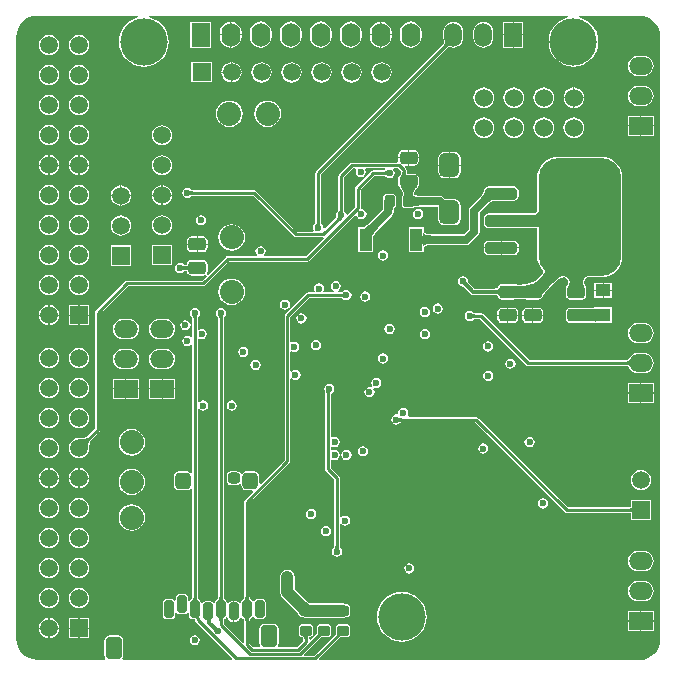
<source format=gbl>
G04*
G04 #@! TF.GenerationSoftware,Altium Limited,Altium Designer,20.2.5 (213)*
G04*
G04 Layer_Physical_Order=4*
G04 Layer_Color=16711680*
%FSLAX25Y25*%
%MOIN*%
G70*
G04*
G04 #@! TF.SameCoordinates,36CD812C-5D22-435A-9ACA-62E3915E2B62*
G04*
G04*
G04 #@! TF.FilePolarity,Positive*
G04*
G01*
G75*
%ADD14C,0.01000*%
G04:AMPARAMS|DCode=15|XSize=39.37mil|YSize=35.43mil|CornerRadius=8.86mil|HoleSize=0mil|Usage=FLASHONLY|Rotation=90.000|XOffset=0mil|YOffset=0mil|HoleType=Round|Shape=RoundedRectangle|*
%AMROUNDEDRECTD15*
21,1,0.03937,0.01772,0,0,90.0*
21,1,0.02165,0.03543,0,0,90.0*
1,1,0.01772,0.00886,0.01083*
1,1,0.01772,0.00886,-0.01083*
1,1,0.01772,-0.00886,-0.01083*
1,1,0.01772,-0.00886,0.01083*
%
%ADD15ROUNDEDRECTD15*%
G04:AMPARAMS|DCode=21|XSize=39.37mil|YSize=35.43mil|CornerRadius=8.86mil|HoleSize=0mil|Usage=FLASHONLY|Rotation=180.000|XOffset=0mil|YOffset=0mil|HoleType=Round|Shape=RoundedRectangle|*
%AMROUNDEDRECTD21*
21,1,0.03937,0.01772,0,0,180.0*
21,1,0.02165,0.03543,0,0,180.0*
1,1,0.01772,-0.01083,0.00886*
1,1,0.01772,0.01083,0.00886*
1,1,0.01772,0.01083,-0.00886*
1,1,0.01772,-0.01083,-0.00886*
%
%ADD21ROUNDEDRECTD21*%
G04:AMPARAMS|DCode=23|XSize=59.84mil|YSize=43.31mil|CornerRadius=10.83mil|HoleSize=0mil|Usage=FLASHONLY|Rotation=180.000|XOffset=0mil|YOffset=0mil|HoleType=Round|Shape=RoundedRectangle|*
%AMROUNDEDRECTD23*
21,1,0.05984,0.02165,0,0,180.0*
21,1,0.03819,0.04331,0,0,180.0*
1,1,0.02165,-0.01909,0.01083*
1,1,0.02165,0.01909,0.01083*
1,1,0.02165,0.01909,-0.01083*
1,1,0.02165,-0.01909,-0.01083*
%
%ADD23ROUNDEDRECTD23*%
%ADD25R,0.05118X0.04331*%
G04:AMPARAMS|DCode=62|XSize=393.7mil|YSize=275.59mil|CornerRadius=68.9mil|HoleSize=0mil|Usage=FLASHONLY|Rotation=270.000|XOffset=0mil|YOffset=0mil|HoleType=Round|Shape=RoundedRectangle|*
%AMROUNDEDRECTD62*
21,1,0.39370,0.13780,0,0,270.0*
21,1,0.25591,0.27559,0,0,270.0*
1,1,0.13780,-0.06890,-0.12795*
1,1,0.13780,-0.06890,0.12795*
1,1,0.13780,0.06890,0.12795*
1,1,0.13780,0.06890,-0.12795*
%
%ADD62ROUNDEDRECTD62*%
%ADD63C,0.01181*%
%ADD65C,0.02756*%
%ADD66C,0.03937*%
%ADD68C,0.05906*%
%ADD69R,0.05906X0.05906*%
%ADD70C,0.06000*%
%ADD71R,0.06299X0.07874*%
%ADD72O,0.06299X0.07874*%
%ADD73C,0.08000*%
%ADD74R,0.07874X0.05906*%
%ADD75O,0.07874X0.05906*%
%ADD76R,0.05906X0.07874*%
%ADD77O,0.05906X0.07874*%
%ADD78C,0.15748*%
%ADD79R,0.05906X0.05906*%
%ADD80C,0.02362*%
%ADD81C,0.03150*%
G04:AMPARAMS|DCode=82|XSize=74.8mil|YSize=55.12mil|CornerRadius=13.78mil|HoleSize=0mil|Usage=FLASHONLY|Rotation=90.000|XOffset=0mil|YOffset=0mil|HoleType=Round|Shape=RoundedRectangle|*
%AMROUNDEDRECTD82*
21,1,0.07480,0.02756,0,0,90.0*
21,1,0.04724,0.05512,0,0,90.0*
1,1,0.02756,0.01378,0.02362*
1,1,0.02756,0.01378,-0.02362*
1,1,0.02756,-0.01378,-0.02362*
1,1,0.02756,-0.01378,0.02362*
%
%ADD82ROUNDEDRECTD82*%
G04:AMPARAMS|DCode=83|XSize=55.12mil|YSize=51.18mil|CornerRadius=12.8mil|HoleSize=0mil|Usage=FLASHONLY|Rotation=90.000|XOffset=0mil|YOffset=0mil|HoleType=Round|Shape=RoundedRectangle|*
%AMROUNDEDRECTD83*
21,1,0.05512,0.02559,0,0,90.0*
21,1,0.02953,0.05118,0,0,90.0*
1,1,0.02559,0.01280,0.01476*
1,1,0.02559,0.01280,-0.01476*
1,1,0.02559,-0.01280,-0.01476*
1,1,0.02559,-0.01280,0.01476*
%
%ADD83ROUNDEDRECTD83*%
G04:AMPARAMS|DCode=84|XSize=39.37mil|YSize=37.4mil|CornerRadius=9.35mil|HoleSize=0mil|Usage=FLASHONLY|Rotation=180.000|XOffset=0mil|YOffset=0mil|HoleType=Round|Shape=RoundedRectangle|*
%AMROUNDEDRECTD84*
21,1,0.03937,0.01870,0,0,180.0*
21,1,0.02067,0.03740,0,0,180.0*
1,1,0.01870,-0.01034,0.00935*
1,1,0.01870,0.01034,0.00935*
1,1,0.01870,0.01034,-0.00935*
1,1,0.01870,-0.01034,-0.00935*
%
%ADD84ROUNDEDRECTD84*%
G04:AMPARAMS|DCode=85|XSize=59.06mil|YSize=31.5mil|CornerRadius=7.87mil|HoleSize=0mil|Usage=FLASHONLY|Rotation=90.000|XOffset=0mil|YOffset=0mil|HoleType=Round|Shape=RoundedRectangle|*
%AMROUNDEDRECTD85*
21,1,0.05906,0.01575,0,0,90.0*
21,1,0.04331,0.03150,0,0,90.0*
1,1,0.01575,0.00787,0.02165*
1,1,0.01575,0.00787,-0.02165*
1,1,0.01575,-0.00787,-0.02165*
1,1,0.01575,-0.00787,0.02165*
%
%ADD85ROUNDEDRECTD85*%
G04:AMPARAMS|DCode=86|XSize=78.74mil|YSize=66.93mil|CornerRadius=16.73mil|HoleSize=0mil|Usage=FLASHONLY|Rotation=270.000|XOffset=0mil|YOffset=0mil|HoleType=Round|Shape=RoundedRectangle|*
%AMROUNDEDRECTD86*
21,1,0.07874,0.03347,0,0,270.0*
21,1,0.04528,0.06693,0,0,270.0*
1,1,0.03346,-0.01673,-0.02264*
1,1,0.03346,-0.01673,0.02264*
1,1,0.03346,0.01673,0.02264*
1,1,0.03346,0.01673,-0.02264*
%
%ADD86ROUNDEDRECTD86*%
%ADD87R,0.04331X0.07677*%
G04:AMPARAMS|DCode=88|XSize=39.37mil|YSize=106.3mil|CornerRadius=9.84mil|HoleSize=0mil|Usage=FLASHONLY|Rotation=270.000|XOffset=0mil|YOffset=0mil|HoleType=Round|Shape=RoundedRectangle|*
%AMROUNDEDRECTD88*
21,1,0.03937,0.08661,0,0,270.0*
21,1,0.01968,0.10630,0,0,270.0*
1,1,0.01968,-0.04331,-0.00984*
1,1,0.01968,-0.04331,0.00984*
1,1,0.01968,0.04331,0.00984*
1,1,0.01968,0.04331,-0.00984*
%
%ADD88ROUNDEDRECTD88*%
G36*
X210064Y215486D02*
X211358Y215093D01*
X212551Y214456D01*
X213597Y213597D01*
X214456Y212551D01*
X215093Y211358D01*
X215486Y210064D01*
X215618Y208724D01*
X215618Y208723D01*
X215618Y8345D01*
X215601Y7846D01*
D01*
X215593Y7355D01*
X215492Y6330D01*
X215109Y5068D01*
X214487Y3904D01*
X213650Y2885D01*
X212631Y2048D01*
X211468Y1426D01*
X210205Y1043D01*
X209096Y934D01*
X209096Y934D01*
Y934D01*
X209080Y918D01*
X102081D01*
X101890Y1380D01*
X108326Y7816D01*
X108360Y7829D01*
X108731Y8172D01*
X108880Y8291D01*
X109013Y8384D01*
X109098Y8433D01*
X110925D01*
X111427Y8533D01*
X111852Y8817D01*
X112136Y9242D01*
X112236Y9744D01*
Y11516D01*
X112136Y12017D01*
X111852Y12443D01*
X111427Y12727D01*
X110925Y12827D01*
X108760D01*
X108258Y12727D01*
X107833Y12443D01*
X107549Y12017D01*
X107449Y11516D01*
Y10081D01*
X107448Y10079D01*
X107449Y10077D01*
Y9744D01*
X107464Y9666D01*
X107382Y9546D01*
X107100Y9213D01*
X106913Y9020D01*
X106899Y8985D01*
X106899Y8984D01*
X106867Y8963D01*
X106864Y8950D01*
X100251Y2336D01*
X97003D01*
X96812Y2798D01*
X101861Y7847D01*
X101895Y7859D01*
X102270Y8207D01*
X102419Y8326D01*
X102550Y8417D01*
X102577Y8433D01*
X102982D01*
X102984Y8432D01*
X102986Y8433D01*
X104626D01*
X105128Y8533D01*
X105553Y8817D01*
X105837Y9242D01*
X105937Y9744D01*
Y11516D01*
X105837Y12017D01*
X105553Y12443D01*
X105128Y12727D01*
X104626Y12827D01*
X102461D01*
X101959Y12727D01*
X101534Y12443D01*
X101249Y12017D01*
X101150Y11516D01*
Y10270D01*
X101149Y10267D01*
X101150Y10265D01*
Y9861D01*
X101134Y9833D01*
X101046Y9707D01*
X100765Y9374D01*
X100582Y9184D01*
X100568Y9149D01*
X99090Y7671D01*
X98458Y7734D01*
X98374Y7842D01*
X98378Y8021D01*
X98391Y8163D01*
X98410Y8278D01*
X98432Y8364D01*
X98454Y8418D01*
X98463Y8432D01*
X98472Y8433D01*
X98524D01*
X99025Y8533D01*
X99451Y8817D01*
X99735Y9242D01*
X99835Y9744D01*
Y11516D01*
X99735Y12017D01*
X99451Y12443D01*
X99025Y12727D01*
X98524Y12827D01*
X96358D01*
X95857Y12727D01*
X95431Y12443D01*
X95147Y12017D01*
X95047Y11516D01*
Y9744D01*
X95147Y9242D01*
X95431Y8817D01*
X95857Y8533D01*
X96358Y8433D01*
X96410D01*
X96419Y8432D01*
X96428Y8418D01*
X96449Y8364D01*
X96472Y8278D01*
X96491Y8163D01*
X96504Y8021D01*
X96508Y7842D01*
X96523Y7808D01*
Y7207D01*
X94452Y5136D01*
X88445D01*
X88178Y5636D01*
X88289Y5802D01*
X88427Y6496D01*
Y11220D01*
X88289Y11914D01*
X87896Y12502D01*
X87308Y12895D01*
X86614Y13033D01*
X83858D01*
X83165Y12895D01*
X82576Y12502D01*
X82183Y11914D01*
X82046Y11220D01*
Y6496D01*
X82183Y5802D01*
X82295Y5636D01*
X82028Y5136D01*
X79874D01*
X78713Y6297D01*
Y13873D01*
X78728Y13907D01*
X78733Y14095D01*
X78745Y14246D01*
X78765Y14368D01*
X78788Y14461D01*
X78812Y14521D01*
X78822Y14540D01*
X78841Y14542D01*
X78862Y14554D01*
X79046Y14590D01*
X79439Y14853D01*
X79701Y15245D01*
X79706Y15268D01*
X80216D01*
X80220Y15245D01*
X80483Y14853D01*
X80875Y14590D01*
X81339Y14498D01*
X82913D01*
X83377Y14590D01*
X83770Y14853D01*
X84032Y15245D01*
X84124Y15709D01*
Y20039D01*
X84032Y20503D01*
X83770Y20895D01*
X83377Y21158D01*
X82913Y21250D01*
X81339D01*
X80875Y21158D01*
X80483Y20895D01*
X80220Y20503D01*
X80216Y20480D01*
X79706D01*
X79701Y20503D01*
X79439Y20895D01*
X79046Y21158D01*
X78862Y21194D01*
X78841Y21206D01*
X78822Y21208D01*
X78812Y21227D01*
X78788Y21287D01*
X78765Y21380D01*
X78745Y21502D01*
X78733Y21653D01*
X78728Y21841D01*
X78713Y21875D01*
Y53270D01*
X91987Y66544D01*
X92186Y66842D01*
X92256Y67193D01*
Y94668D01*
X92756Y94819D01*
X92827Y94713D01*
X93383Y94342D01*
X94039Y94211D01*
X94695Y94342D01*
X95251Y94713D01*
X95623Y95269D01*
X95753Y95925D01*
X95623Y96581D01*
X95251Y97137D01*
X94695Y97509D01*
X94039Y97639D01*
X93383Y97509D01*
X92827Y97137D01*
X92756Y97031D01*
X92256Y97183D01*
Y103470D01*
X92756Y103737D01*
X92864Y103665D01*
X93520Y103535D01*
X94176Y103665D01*
X94732Y104037D01*
X95103Y104593D01*
X95234Y105249D01*
X95103Y105905D01*
X94732Y106461D01*
X94176Y106833D01*
X93520Y106963D01*
X92864Y106833D01*
X92756Y106761D01*
X92256Y107028D01*
Y115318D01*
X98501Y121563D01*
X109183D01*
X109217Y121547D01*
X109325Y121545D01*
X109412Y121537D01*
X109492Y121525D01*
X109564Y121509D01*
X109627Y121490D01*
X109655Y121478D01*
X109796Y121268D01*
X110352Y120897D01*
X111008Y120766D01*
X111664Y120897D01*
X112220Y121268D01*
X112591Y121824D01*
X112722Y122480D01*
X112591Y123136D01*
X112220Y123692D01*
X111664Y124064D01*
X111008Y124194D01*
X110352Y124064D01*
X109796Y123692D01*
X109655Y123482D01*
X109627Y123471D01*
X109564Y123451D01*
X109492Y123436D01*
X109412Y123424D01*
X109325Y123416D01*
X109217Y123413D01*
X109183Y123398D01*
X108163D01*
X108098Y123895D01*
X108654Y124266D01*
X109026Y124822D01*
X109156Y125478D01*
X109026Y126134D01*
X108654Y126690D01*
X108098Y127062D01*
X107442Y127192D01*
X106786Y127062D01*
X106230Y126690D01*
X105858Y126134D01*
X105728Y125478D01*
X105858Y124822D01*
X106230Y124266D01*
X106786Y123895D01*
X106721Y123398D01*
X103613D01*
X103345Y123898D01*
X103449Y124053D01*
X103579Y124709D01*
X103449Y125365D01*
X103077Y125921D01*
X102521Y126293D01*
X101865Y126423D01*
X101210Y126293D01*
X100654Y125921D01*
X100282Y125365D01*
X100152Y124709D01*
X100282Y124053D01*
X100386Y123898D01*
X100118Y123398D01*
X98121D01*
X97770Y123328D01*
X97472Y123129D01*
X90690Y116347D01*
X90491Y116049D01*
X90421Y115698D01*
Y67573D01*
X82429Y59581D01*
X81929Y59789D01*
Y62106D01*
X81799Y62762D01*
X81427Y63317D01*
X80872Y63688D01*
X80216Y63819D01*
X77658D01*
X77002Y63688D01*
X76447Y63317D01*
X76254Y63029D01*
X76081Y63009D01*
X75685Y63077D01*
X75460Y63413D01*
X75019Y63708D01*
X74498Y63812D01*
X72431D01*
X71910Y63708D01*
X71469Y63413D01*
X71174Y62972D01*
X71070Y62451D01*
Y60581D01*
X71174Y60060D01*
X71469Y59618D01*
X71910Y59323D01*
X72431Y59219D01*
X74498D01*
X75019Y59323D01*
X75445Y59608D01*
X75539Y59590D01*
X75945Y59443D01*
Y59153D01*
X76075Y58498D01*
X76447Y57943D01*
X77002Y57572D01*
X77658Y57441D01*
X79582D01*
X79789Y56941D01*
X77146Y54299D01*
X76947Y54001D01*
X76878Y53650D01*
Y21875D01*
X76863Y21841D01*
X76858Y21653D01*
X76845Y21502D01*
X76826Y21380D01*
X76802Y21287D01*
X76779Y21227D01*
X76768Y21208D01*
X76750Y21206D01*
X76728Y21194D01*
X76545Y21158D01*
X76152Y20895D01*
X75889Y20503D01*
X75797Y20039D01*
Y19938D01*
X75297Y19825D01*
X75108Y20108D01*
X74715Y20370D01*
X74252Y20463D01*
X73665D01*
Y17087D01*
Y13711D01*
X74252D01*
X74715Y13803D01*
X75108Y14065D01*
X75371Y14458D01*
X75463Y14921D01*
Y15023D01*
X75963Y15136D01*
X76152Y14853D01*
X76545Y14590D01*
X76728Y14554D01*
X76750Y14542D01*
X76768Y14540D01*
X76779Y14521D01*
X76802Y14461D01*
X76826Y14368D01*
X76845Y14246D01*
X76858Y14095D01*
X76863Y13907D01*
X76878Y13873D01*
Y6806D01*
X76416Y6614D01*
X70051Y12979D01*
Y13873D01*
X70067Y13907D01*
X70071Y14095D01*
X70084Y14246D01*
X70103Y14368D01*
X70127Y14461D01*
X70150Y14521D01*
X70161Y14540D01*
X70179Y14542D01*
X70201Y14554D01*
X70385Y14590D01*
X70777Y14853D01*
X70967Y15136D01*
X71466Y15023D01*
Y14921D01*
X71559Y14458D01*
X71821Y14065D01*
X72214Y13803D01*
X72677Y13711D01*
X73265D01*
Y17087D01*
Y20463D01*
X72677D01*
X72214Y20370D01*
X71821Y20108D01*
X71632Y19825D01*
X71132Y19938D01*
Y20039D01*
X71040Y20503D01*
X70777Y20895D01*
X70385Y21158D01*
X70221Y21190D01*
X70200Y21202D01*
X70180Y21205D01*
X70169Y21224D01*
X70145Y21285D01*
X70122Y21378D01*
X70102Y21501D01*
X70090Y21653D01*
X70085Y21841D01*
X70070Y21875D01*
Y114669D01*
X70085Y114702D01*
X70088Y114810D01*
X70096Y114897D01*
X70108Y114976D01*
X70124Y115046D01*
X70143Y115109D01*
X70155Y115137D01*
X70383Y115290D01*
X70754Y115846D01*
X70885Y116502D01*
X70754Y117157D01*
X70383Y117714D01*
X69827Y118085D01*
X69171Y118216D01*
X68515Y118085D01*
X67959Y117714D01*
X67587Y117157D01*
X67457Y116502D01*
X67587Y115846D01*
X67959Y115290D01*
X68151Y115161D01*
X68162Y115133D01*
X68181Y115068D01*
X68197Y114996D01*
X68209Y114916D01*
X68217Y114828D01*
X68220Y114720D01*
X68235Y114686D01*
Y21875D01*
X68220Y21841D01*
X68215Y21653D01*
X68202Y21503D01*
X68183Y21381D01*
X68160Y21289D01*
X68136Y21229D01*
X68126Y21212D01*
X68108Y21210D01*
X68087Y21198D01*
X67883Y21158D01*
X67490Y20895D01*
X67228Y20503D01*
X67136Y20039D01*
Y19938D01*
X66636Y19825D01*
X66447Y20108D01*
X66054Y20370D01*
X65591Y20463D01*
X64016D01*
X63552Y20370D01*
X63160Y20108D01*
X62971Y19825D01*
X62471Y19938D01*
Y20039D01*
X62378Y20503D01*
X62116Y20895D01*
X61723Y21158D01*
X61623Y21178D01*
X61601Y21190D01*
X61580Y21193D01*
X61566Y21217D01*
X61542Y21280D01*
X61519Y21374D01*
X61499Y21499D01*
X61486Y21651D01*
X61482Y21841D01*
X61467Y21875D01*
Y84513D01*
X61967Y84664D01*
X62085Y84487D01*
X62641Y84115D01*
X63297Y83985D01*
X63953Y84115D01*
X64509Y84487D01*
X64881Y85043D01*
X65011Y85699D01*
X64881Y86355D01*
X64509Y86911D01*
X63953Y87282D01*
X63297Y87413D01*
X62641Y87282D01*
X62085Y86911D01*
X61967Y86733D01*
X61467Y86885D01*
Y107743D01*
X61967Y108010D01*
X62096Y107923D01*
X62752Y107793D01*
X63408Y107923D01*
X63964Y108295D01*
X64336Y108851D01*
X64466Y109507D01*
X64336Y110163D01*
X63964Y110719D01*
X63408Y111091D01*
X62752Y111221D01*
X62096Y111091D01*
X61967Y111004D01*
X61467Y111271D01*
Y114631D01*
X61481Y114659D01*
X61478Y114669D01*
X61482Y114678D01*
X61485Y114785D01*
X61493Y114870D01*
X61505Y114947D01*
X61521Y115015D01*
X61541Y115074D01*
X61551Y115098D01*
X61837Y115290D01*
X62209Y115846D01*
X62339Y116502D01*
X62209Y117157D01*
X61837Y117714D01*
X61281Y118085D01*
X60625Y118216D01*
X59970Y118085D01*
X59413Y117714D01*
X59042Y117157D01*
X58911Y116502D01*
X59042Y115846D01*
X59413Y115290D01*
X59552Y115197D01*
X59560Y115174D01*
X59579Y115107D01*
X59595Y115032D01*
X59606Y114949D01*
X59613Y114859D01*
X59616Y114751D01*
X59631Y114717D01*
Y108601D01*
X59371Y108466D01*
X59131Y108406D01*
X58628Y108742D01*
X57972Y108872D01*
X57316Y108742D01*
X56760Y108370D01*
X56389Y107814D01*
X56258Y107158D01*
X56389Y106502D01*
X56760Y105946D01*
X57316Y105575D01*
X57972Y105444D01*
X58628Y105575D01*
X59131Y105911D01*
X59371Y105850D01*
X59631Y105715D01*
Y63252D01*
X59131Y63100D01*
X58987Y63317D01*
X58431Y63688D01*
X57776Y63819D01*
X55216D01*
X54561Y63688D01*
X54006Y63317D01*
X53635Y62762D01*
X53504Y62106D01*
Y59153D01*
X53635Y58498D01*
X54006Y57943D01*
X54561Y57572D01*
X55216Y57441D01*
X57776D01*
X58431Y57572D01*
X58987Y57943D01*
X59131Y58160D01*
X59631Y58008D01*
Y21875D01*
X59616Y21841D01*
X59611Y21655D01*
X59599Y21506D01*
X59580Y21385D01*
X59557Y21295D01*
X59534Y21237D01*
X59526Y21224D01*
X59510Y21222D01*
X59489Y21211D01*
X59222Y21158D01*
X58829Y20895D01*
X58640Y20612D01*
X58140Y20725D01*
Y21614D01*
X58048Y22077D01*
X57785Y22470D01*
X57392Y22733D01*
X56929Y22825D01*
X55354D01*
X54891Y22733D01*
X54498Y22470D01*
X54236Y22077D01*
X54144Y21614D01*
Y20725D01*
X53644Y20612D01*
X53455Y20895D01*
X53062Y21158D01*
X52598Y21250D01*
X51024D01*
X50560Y21158D01*
X50168Y20895D01*
X49905Y20503D01*
X49813Y20039D01*
Y15709D01*
X49905Y15245D01*
X50168Y14853D01*
X50560Y14590D01*
X51024Y14498D01*
X52598D01*
X53062Y14590D01*
X53455Y14853D01*
X53717Y15245D01*
X53809Y15709D01*
Y16598D01*
X54309Y16711D01*
X54498Y16427D01*
X54891Y16165D01*
X55354Y16073D01*
X56929D01*
X57392Y16165D01*
X57785Y16427D01*
X57974Y16711D01*
X58474Y16598D01*
Y15709D01*
X58566Y15245D01*
X58829Y14853D01*
X59222Y14590D01*
X59685Y14498D01*
X60551D01*
Y14063D01*
X60620Y13712D01*
X60819Y13414D01*
X72854Y1380D01*
X72663Y918D01*
X36418D01*
X36218Y1418D01*
X36517Y1865D01*
X36655Y2559D01*
Y7283D01*
X36517Y7977D01*
X36124Y8565D01*
X35536Y8958D01*
X34843Y9096D01*
X32087D01*
X31393Y8958D01*
X30805Y8565D01*
X30412Y7977D01*
X30274Y7283D01*
Y2559D01*
X30412Y1865D01*
X30711Y1418D01*
X30512Y918D01*
X7874D01*
X7870Y917D01*
X6517Y1050D01*
X5212Y1446D01*
X4009Y2089D01*
X2954Y2954D01*
X2089Y4009D01*
X1446Y5212D01*
X1050Y6517D01*
X917Y7870D01*
X918Y7874D01*
X918Y208661D01*
X917Y208665D01*
X1050Y210019D01*
X1446Y211324D01*
X2089Y212527D01*
X2954Y213581D01*
X4009Y214446D01*
X5212Y215089D01*
X6517Y215485D01*
X7576Y215590D01*
X41633D01*
X41708Y215090D01*
X40322Y214669D01*
X38885Y213901D01*
X37625Y212867D01*
X36591Y211607D01*
X35823Y210170D01*
X35350Y208610D01*
X35190Y206988D01*
X35350Y205366D01*
X35823Y203806D01*
X36591Y202369D01*
X37625Y201109D01*
X38885Y200075D01*
X40322Y199307D01*
X41882Y198834D01*
X43504Y198674D01*
X45126Y198834D01*
X46686Y199307D01*
X48123Y200075D01*
X49383Y201109D01*
X50417Y202369D01*
X51185Y203806D01*
X51658Y205366D01*
X51818Y206988D01*
X51658Y208610D01*
X51185Y210170D01*
X50417Y211607D01*
X49383Y212867D01*
X48123Y213901D01*
X46686Y214669D01*
X45300Y215090D01*
X45374Y215590D01*
X184842D01*
X184916Y215090D01*
X183531Y214669D01*
X182094Y213901D01*
X180834Y212867D01*
X179800Y211607D01*
X179031Y210170D01*
X178558Y208610D01*
X178399Y206988D01*
X178558Y205366D01*
X179031Y203806D01*
X179800Y202369D01*
X180834Y201109D01*
X182094Y200075D01*
X183531Y199307D01*
X185091Y198834D01*
X186713Y198674D01*
X188335Y198834D01*
X189894Y199307D01*
X191332Y200075D01*
X192592Y201109D01*
X193625Y202369D01*
X194394Y203806D01*
X194867Y205366D01*
X195027Y206988D01*
X194867Y208610D01*
X194394Y210170D01*
X193625Y211607D01*
X192592Y212867D01*
X191332Y213901D01*
X189894Y214669D01*
X188509Y215090D01*
X188583Y215590D01*
X209012D01*
X210064Y215486D01*
D02*
G37*
G36*
X110164Y121653D02*
X110097Y121716D01*
X110024Y121771D01*
X109946Y121820D01*
X109861Y121863D01*
X109771Y121899D01*
X109674Y121928D01*
X109572Y121951D01*
X109463Y121967D01*
X109349Y121977D01*
X109229Y121980D01*
Y122980D01*
X109349Y122984D01*
X109463Y122993D01*
X109572Y123010D01*
X109674Y123033D01*
X109771Y123062D01*
X109861Y123098D01*
X109946Y123140D01*
X110024Y123189D01*
X110097Y123245D01*
X110164Y123307D01*
Y121653D01*
D02*
G37*
G36*
X69984Y115645D02*
X69921Y115579D01*
X69865Y115507D01*
X69815Y115429D01*
X69772Y115345D01*
X69735Y115255D01*
X69705Y115159D01*
X69682Y115057D01*
X69666Y114949D01*
X69656Y114834D01*
X69652Y114715D01*
X68652Y114732D01*
X68649Y114852D01*
X68639Y114966D01*
X68623Y115074D01*
X68601Y115177D01*
X68572Y115274D01*
X68537Y115365D01*
X68495Y115450D01*
X68447Y115530D01*
X68392Y115603D01*
X68331Y115671D01*
X69984Y115645D01*
D02*
G37*
G36*
X61396Y115606D02*
X61330Y115543D01*
X61271Y115474D01*
X61219Y115399D01*
X61174Y115316D01*
X61136Y115228D01*
X61104Y115133D01*
X61080Y115032D01*
X61063Y114925D01*
X61052Y114811D01*
X61049Y114690D01*
X60049Y114762D01*
X60046Y114882D01*
X60037Y114996D01*
X60022Y115105D01*
X60000Y115208D01*
X59973Y115306D01*
X59940Y115399D01*
X59900Y115486D01*
X59855Y115567D01*
X59803Y115643D01*
X59746Y115713D01*
X61396Y115606D01*
D02*
G37*
G36*
X78300Y21630D02*
X78315Y21451D01*
X78340Y21292D01*
X78375Y21155D01*
X78420Y21039D01*
X78474Y20944D01*
X78539Y20871D01*
X78614Y20818D01*
X78698Y20786D01*
X78793Y20776D01*
X76798D01*
X76892Y20786D01*
X76977Y20818D01*
X77051Y20871D01*
X77116Y20944D01*
X77171Y21039D01*
X77216Y21155D01*
X77250Y21292D01*
X77275Y21451D01*
X77290Y21630D01*
X77295Y21830D01*
X78295D01*
X78300Y21630D01*
D02*
G37*
G36*
X69657Y21629D02*
X69672Y21450D01*
X69697Y21291D01*
X69732Y21154D01*
X69777Y21038D01*
X69832Y20942D01*
X69896Y20868D01*
X69971Y20815D01*
X70055Y20783D01*
X70150Y20772D01*
X68155Y20780D01*
X68249Y20790D01*
X68334Y20821D01*
X68409Y20873D01*
X68473Y20947D01*
X68528Y21041D01*
X68573Y21157D01*
X68607Y21294D01*
X68632Y21451D01*
X68647Y21630D01*
X68652Y21830D01*
X69652D01*
X69657Y21629D01*
D02*
G37*
G36*
X61054Y21628D02*
X61069Y21447D01*
X61094Y21288D01*
X61129Y21149D01*
X61173Y21032D01*
X61228Y20935D01*
X61293Y20860D01*
X61367Y20806D01*
X61452Y20773D01*
X61547Y20761D01*
X59551Y20791D01*
X59646Y20800D01*
X59730Y20830D01*
X59805Y20881D01*
X59870Y20954D01*
X59925Y21047D01*
X59969Y21161D01*
X60004Y21297D01*
X60029Y21453D01*
X60044Y21631D01*
X60049Y21830D01*
X61049D01*
X61054Y21628D01*
D02*
G37*
G36*
X78698Y14962D02*
X78614Y14930D01*
X78539Y14877D01*
X78474Y14804D01*
X78420Y14709D01*
X78375Y14593D01*
X78340Y14456D01*
X78315Y14298D01*
X78300Y14118D01*
X78295Y13918D01*
X77295D01*
X77290Y14118D01*
X77275Y14298D01*
X77250Y14456D01*
X77216Y14593D01*
X77171Y14709D01*
X77116Y14804D01*
X77051Y14877D01*
X76977Y14930D01*
X76892Y14962D01*
X76798Y14972D01*
X78793D01*
X78698Y14962D01*
D02*
G37*
G36*
X70037D02*
X69952Y14930D01*
X69878Y14877D01*
X69813Y14804D01*
X69758Y14709D01*
X69713Y14593D01*
X69679Y14456D01*
X69654Y14298D01*
X69639Y14118D01*
X69634Y13918D01*
X68634D01*
X68629Y14118D01*
X68614Y14298D01*
X68589Y14456D01*
X68554Y14593D01*
X68510Y14709D01*
X68455Y14804D01*
X68390Y14877D01*
X68315Y14930D01*
X68231Y14962D01*
X68136Y14972D01*
X70131D01*
X70037Y14962D01*
D02*
G37*
G36*
X65999Y14295D02*
X65953Y14260D01*
X65912Y14205D01*
X65877Y14130D01*
X65847Y14035D01*
X65822Y13920D01*
X65803Y13786D01*
X65790Y13631D01*
X65779Y13262D01*
X64598D01*
X64595Y13434D01*
X64573Y13723D01*
X64554Y13839D01*
X64529Y13936D01*
X64498Y14015D01*
X64462Y14075D01*
X64420Y14116D01*
X64373Y14139D01*
X64320Y14143D01*
X66050Y14310D01*
X65999Y14295D01*
D02*
G37*
G36*
X67382Y11908D02*
X67557Y11763D01*
X67641Y11706D01*
X67723Y11659D01*
X67802Y11622D01*
X67878Y11595D01*
X67952Y11579D01*
X68024Y11572D01*
X68093Y11576D01*
X67069Y10277D01*
X67058Y10339D01*
X67039Y10404D01*
X67011Y10473D01*
X66974Y10545D01*
X66928Y10620D01*
X66874Y10699D01*
X66739Y10866D01*
X66659Y10954D01*
X66570Y11046D01*
X67290Y11996D01*
X67382Y11908D01*
D02*
G37*
G36*
X109480Y8865D02*
X109395Y8912D01*
X109297Y8932D01*
X109186Y8926D01*
X109063Y8894D01*
X108928Y8835D01*
X108781Y8750D01*
X108621Y8638D01*
X108448Y8501D01*
X108066Y8146D01*
X107225Y8720D01*
X107421Y8922D01*
X107726Y9283D01*
X107835Y9441D01*
X107915Y9583D01*
X107966Y9711D01*
X107988Y9823D01*
X107982Y9921D01*
X107946Y10003D01*
X107881Y10070D01*
X109480Y8865D01*
D02*
G37*
G36*
X102984D02*
X102908Y8921D01*
X102817Y8949D01*
X102713Y8949D01*
X102596Y8922D01*
X102464Y8867D01*
X102319Y8784D01*
X102160Y8674D01*
X101987Y8536D01*
X101600Y8177D01*
X100893Y8884D01*
X101086Y9084D01*
X101390Y9443D01*
X101501Y9602D01*
X101583Y9748D01*
X101638Y9879D01*
X101666Y9997D01*
X101665Y10101D01*
X101637Y10191D01*
X101582Y10267D01*
X102984Y8865D01*
D02*
G37*
G36*
X98346Y8855D02*
X98261Y8825D01*
X98186Y8774D01*
X98121Y8703D01*
X98066Y8612D01*
X98021Y8501D01*
X97986Y8369D01*
X97961Y8218D01*
X97946Y8045D01*
X97941Y7853D01*
X96941D01*
X96936Y8045D01*
X96921Y8218D01*
X96896Y8369D01*
X96861Y8501D01*
X96816Y8612D01*
X96761Y8703D01*
X96696Y8774D01*
X96621Y8825D01*
X96536Y8855D01*
X96441Y8865D01*
X98441D01*
X98346Y8855D01*
D02*
G37*
%LPC*%
G36*
X122680Y213692D02*
Y209550D01*
X126060D01*
Y210138D01*
X125939Y211064D01*
X125581Y211928D01*
X125012Y212669D01*
X124270Y213238D01*
X123407Y213596D01*
X122680Y213692D01*
D02*
G37*
G36*
X72680D02*
Y209550D01*
X76060D01*
Y210138D01*
X75938Y211064D01*
X75581Y211928D01*
X75012Y212669D01*
X74270Y213238D01*
X73407Y213596D01*
X72680Y213692D01*
D02*
G37*
G36*
X122280D02*
X121554Y213596D01*
X120690Y213238D01*
X119949Y212669D01*
X119380Y211928D01*
X119022Y211064D01*
X118900Y210138D01*
Y209550D01*
X122280D01*
Y213692D01*
D02*
G37*
G36*
X72280D02*
X71554Y213596D01*
X70690Y213238D01*
X69949Y212669D01*
X69380Y211928D01*
X69022Y211064D01*
X68900Y210138D01*
Y209550D01*
X72280D01*
Y213692D01*
D02*
G37*
G36*
X170016Y213648D02*
X166863D01*
Y209511D01*
X170016D01*
Y213648D01*
D02*
G37*
G36*
X166463D02*
X163311D01*
Y209511D01*
X166463D01*
Y213648D01*
D02*
G37*
G36*
X66030Y213687D02*
X58931D01*
Y205013D01*
X66030D01*
Y213687D01*
D02*
G37*
G36*
X126060Y209150D02*
X122680D01*
Y205009D01*
X123407Y205105D01*
X124270Y205462D01*
X125012Y206031D01*
X125581Y206773D01*
X125939Y207636D01*
X126060Y208563D01*
Y209150D01*
D02*
G37*
G36*
X76060D02*
X72680D01*
Y205009D01*
X73407Y205105D01*
X74270Y205462D01*
X75012Y206031D01*
X75581Y206773D01*
X75938Y207636D01*
X76060Y208563D01*
Y209150D01*
D02*
G37*
G36*
X122280D02*
X118900D01*
Y208563D01*
X119022Y207636D01*
X119380Y206773D01*
X119949Y206031D01*
X120690Y205462D01*
X121554Y205105D01*
X122280Y205009D01*
Y209150D01*
D02*
G37*
G36*
X72280D02*
X68900D01*
Y208563D01*
X69022Y207636D01*
X69380Y206773D01*
X69949Y206031D01*
X70690Y205462D01*
X71554Y205105D01*
X72280Y205009D01*
Y209150D01*
D02*
G37*
G36*
X132480Y213718D02*
X131554Y213596D01*
X130690Y213238D01*
X129949Y212669D01*
X129380Y211928D01*
X129022Y211064D01*
X128900Y210138D01*
Y208563D01*
X129022Y207636D01*
X129380Y206773D01*
X129949Y206031D01*
X130690Y205462D01*
X131554Y205105D01*
X132480Y204983D01*
X133407Y205105D01*
X134270Y205462D01*
X135012Y206031D01*
X135581Y206773D01*
X135939Y207636D01*
X136061Y208563D01*
Y210138D01*
X135939Y211064D01*
X135581Y211928D01*
X135012Y212669D01*
X134270Y213238D01*
X133407Y213596D01*
X132480Y213718D01*
D02*
G37*
G36*
X112480D02*
X111554Y213596D01*
X110690Y213238D01*
X109949Y212669D01*
X109380Y211928D01*
X109022Y211064D01*
X108900Y210138D01*
Y208563D01*
X109022Y207636D01*
X109380Y206773D01*
X109949Y206031D01*
X110690Y205462D01*
X111554Y205105D01*
X112480Y204983D01*
X113407Y205105D01*
X114270Y205462D01*
X115012Y206031D01*
X115581Y206773D01*
X115939Y207636D01*
X116060Y208563D01*
Y210138D01*
X115939Y211064D01*
X115581Y211928D01*
X115012Y212669D01*
X114270Y213238D01*
X113407Y213596D01*
X112480Y213718D01*
D02*
G37*
G36*
X102480D02*
X101554Y213596D01*
X100690Y213238D01*
X99949Y212669D01*
X99380Y211928D01*
X99022Y211064D01*
X98900Y210138D01*
Y208563D01*
X99022Y207636D01*
X99380Y206773D01*
X99949Y206031D01*
X100690Y205462D01*
X101554Y205105D01*
X102480Y204983D01*
X103407Y205105D01*
X104270Y205462D01*
X105012Y206031D01*
X105581Y206773D01*
X105939Y207636D01*
X106061Y208563D01*
Y210138D01*
X105939Y211064D01*
X105581Y211928D01*
X105012Y212669D01*
X104270Y213238D01*
X103407Y213596D01*
X102480Y213718D01*
D02*
G37*
G36*
X92480D02*
X91554Y213596D01*
X90690Y213238D01*
X89949Y212669D01*
X89380Y211928D01*
X89022Y211064D01*
X88900Y210138D01*
Y208563D01*
X89022Y207636D01*
X89380Y206773D01*
X89949Y206031D01*
X90690Y205462D01*
X91554Y205105D01*
X92480Y204983D01*
X93407Y205105D01*
X94270Y205462D01*
X95012Y206031D01*
X95581Y206773D01*
X95938Y207636D01*
X96061Y208563D01*
Y210138D01*
X95938Y211064D01*
X95581Y211928D01*
X95012Y212669D01*
X94270Y213238D01*
X93407Y213596D01*
X92480Y213718D01*
D02*
G37*
G36*
X82480D02*
X81554Y213596D01*
X80690Y213238D01*
X79949Y212669D01*
X79380Y211928D01*
X79022Y211064D01*
X78900Y210138D01*
Y208563D01*
X79022Y207636D01*
X79380Y206773D01*
X79949Y206031D01*
X80690Y205462D01*
X81554Y205105D01*
X82480Y204983D01*
X83407Y205105D01*
X84270Y205462D01*
X85012Y206031D01*
X85581Y206773D01*
X85939Y207636D01*
X86061Y208563D01*
Y210138D01*
X85939Y211064D01*
X85581Y211928D01*
X85012Y212669D01*
X84270Y213238D01*
X83407Y213596D01*
X82480Y213718D01*
D02*
G37*
G36*
X170016Y209111D02*
X166863D01*
Y204974D01*
X170016D01*
Y209111D01*
D02*
G37*
G36*
X166463D02*
X163311D01*
Y204974D01*
X166463D01*
Y209111D01*
D02*
G37*
G36*
X156663Y213677D02*
X155788Y213562D01*
X154973Y213224D01*
X154272Y212686D01*
X153735Y211986D01*
X153397Y211171D01*
X153282Y210295D01*
Y208327D01*
X153397Y207452D01*
X153735Y206636D01*
X154272Y205936D01*
X154973Y205398D01*
X155788Y205060D01*
X156663Y204945D01*
X157539Y205060D01*
X158354Y205398D01*
X159055Y205936D01*
X159592Y206636D01*
X159930Y207452D01*
X160045Y208327D01*
Y210295D01*
X159930Y211171D01*
X159592Y211986D01*
X159055Y212686D01*
X158354Y213224D01*
X157539Y213562D01*
X156663Y213677D01*
D02*
G37*
G36*
X146663D02*
X145788Y213562D01*
X144973Y213224D01*
X144272Y212686D01*
X143735Y211986D01*
X143397Y211171D01*
X143282Y210295D01*
Y208327D01*
X143397Y207452D01*
X143670Y206792D01*
X143664Y206773D01*
X143631Y206702D01*
X143572Y206608D01*
X143488Y206496D01*
X143378Y206367D01*
X143235Y206218D01*
X143221Y206183D01*
X100942Y163903D01*
X100743Y163605D01*
X100673Y163254D01*
Y146722D01*
X100658Y146688D01*
X100655Y146581D01*
X100647Y146493D01*
X100635Y146414D01*
X100619Y146342D01*
X100600Y146278D01*
X100589Y146250D01*
X100379Y146110D01*
X100007Y145554D01*
X99876Y144898D01*
X100007Y144242D01*
X100079Y144134D01*
X99812Y143634D01*
X94536D01*
X80927Y157243D01*
X80629Y157442D01*
X80278Y157512D01*
X59854D01*
X59820Y157527D01*
X59712Y157530D01*
X59625Y157538D01*
X59545Y157550D01*
X59474Y157566D01*
X59410Y157585D01*
X59382Y157596D01*
X59241Y157807D01*
X58685Y158178D01*
X58029Y158308D01*
X57373Y158178D01*
X56817Y157807D01*
X56446Y157250D01*
X56315Y156595D01*
X56446Y155939D01*
X56817Y155383D01*
X57373Y155011D01*
X58029Y154880D01*
X58685Y155011D01*
X59241Y155383D01*
X59382Y155593D01*
X59410Y155604D01*
X59474Y155623D01*
X59545Y155639D01*
X59625Y155651D01*
X59712Y155659D01*
X59820Y155662D01*
X59854Y155677D01*
X79898D01*
X93507Y142068D01*
X93805Y141869D01*
X94156Y141799D01*
X103232D01*
X103296Y141727D01*
X103471Y141330D01*
X97622Y135482D01*
X83901D01*
X83820Y135586D01*
X83680Y135982D01*
X83975Y136423D01*
X84105Y137079D01*
X83975Y137735D01*
X83603Y138291D01*
X83047Y138663D01*
X82391Y138793D01*
X81735Y138663D01*
X81179Y138291D01*
X80808Y137735D01*
X80677Y137079D01*
X80808Y136423D01*
X81103Y135982D01*
X80962Y135586D01*
X80881Y135482D01*
X71381D01*
X71030Y135412D01*
X70732Y135213D01*
X64770Y129251D01*
X64382Y129569D01*
X64480Y129717D01*
X64625Y129933D01*
X64740Y130512D01*
Y132677D01*
X64625Y133256D01*
X64297Y133746D01*
X63807Y134074D01*
X63228Y134189D01*
X59409D01*
X58831Y134074D01*
X58341Y133746D01*
X58013Y133256D01*
X57921Y132796D01*
X57921Y132795D01*
X57920Y132789D01*
X57908Y132729D01*
X57900Y132722D01*
X57858Y132697D01*
X57783Y132667D01*
X57672Y132637D01*
X57529Y132614D01*
X57353Y132599D01*
X57253Y132596D01*
X57105Y132602D01*
X57020Y132610D01*
X56943Y132623D01*
X56899Y132632D01*
X56815Y132757D01*
X56259Y133129D01*
X55603Y133259D01*
X54947Y133129D01*
X54391Y132757D01*
X54020Y132201D01*
X53889Y131545D01*
X54020Y130889D01*
X54391Y130333D01*
X54947Y129962D01*
X55603Y129831D01*
X56259Y129962D01*
X56815Y130333D01*
X56930Y130505D01*
X56978Y130516D01*
X57048Y130527D01*
X57240Y130544D01*
X57354Y130541D01*
X57530Y130526D01*
X57674Y130502D01*
X57786Y130473D01*
X57863Y130443D01*
X57905Y130417D01*
X57919Y130404D01*
X57922Y130389D01*
X57927Y130343D01*
X57934Y130331D01*
X58013Y129933D01*
X58341Y129443D01*
X58831Y129115D01*
X59409Y129000D01*
X63228D01*
X63807Y129115D01*
X64024Y129260D01*
X64171Y129358D01*
X64489Y128970D01*
X62848Y127329D01*
X37822D01*
X37471Y127259D01*
X37173Y127060D01*
X27469Y117356D01*
X27270Y117058D01*
X27200Y116707D01*
Y78045D01*
X24613Y75459D01*
X24584Y75449D01*
X24444Y75328D01*
X24300Y75234D01*
X24122Y75146D01*
X23910Y75067D01*
X23665Y74997D01*
X23386Y74939D01*
X23078Y74895D01*
X22347Y74845D01*
X21936Y74842D01*
X21923Y74837D01*
X21910Y74838D01*
X21034Y74723D01*
X20219Y74385D01*
X19518Y73848D01*
X18981Y73147D01*
X18643Y72332D01*
X18528Y71457D01*
X18643Y70581D01*
X18981Y69766D01*
X19518Y69065D01*
X20219Y68528D01*
X21034Y68190D01*
X21910Y68075D01*
X22785Y68190D01*
X23600Y68528D01*
X24301Y69065D01*
X24838Y69766D01*
X25176Y70581D01*
X25291Y71457D01*
X25289Y71470D01*
X25295Y71483D01*
X25298Y71894D01*
X25348Y72626D01*
X25392Y72933D01*
X25450Y73212D01*
X25519Y73458D01*
X25599Y73669D01*
X25687Y73847D01*
X25781Y73992D01*
X25901Y74131D01*
X25911Y74161D01*
X28767Y77016D01*
X28966Y77314D01*
X29035Y77665D01*
Y116327D01*
X38202Y125494D01*
X63228D01*
X63579Y125563D01*
X63877Y125762D01*
X71761Y133646D01*
X98002D01*
X98353Y133716D01*
X98651Y133915D01*
X113873Y149137D01*
X114415Y148973D01*
X114441Y148846D01*
X114812Y148290D01*
X115368Y147918D01*
X116024Y147788D01*
X116680Y147918D01*
X117236Y148290D01*
X117608Y148846D01*
X117738Y149502D01*
X117608Y150158D01*
X117236Y150714D01*
X116680Y151085D01*
X116225Y151176D01*
X115977Y151298D01*
X115761Y151673D01*
Y157660D01*
X120372Y162271D01*
X123569D01*
X123603Y162256D01*
X123711Y162253D01*
X123798Y162246D01*
X123878Y162234D01*
X123949Y162218D01*
X124013Y162198D01*
X124041Y162187D01*
X124182Y161977D01*
X124738Y161605D01*
X125394Y161475D01*
X126050Y161605D01*
X126606Y161977D01*
X126977Y162533D01*
X127108Y163189D01*
X126977Y163845D01*
X126636Y164356D01*
X126688Y164572D01*
X126825Y164856D01*
X128090D01*
X129227Y163718D01*
Y163616D01*
X129212Y163582D01*
X129207Y163369D01*
X129194Y163192D01*
X129174Y163043D01*
X129148Y162925D01*
X129119Y162838D01*
X129113Y162825D01*
X128754Y162585D01*
X128426Y162094D01*
X128311Y161516D01*
Y159350D01*
X128426Y158772D01*
X128751Y158286D01*
X128753Y158281D01*
X128759Y158278D01*
X128772Y158269D01*
X128778Y158257D01*
X129003Y158066D01*
X129188Y157870D01*
X129351Y157655D01*
X129494Y157420D01*
X129616Y157163D01*
X129717Y156883D01*
X129797Y156578D01*
X129820Y156444D01*
X129780Y156081D01*
X129739Y155858D01*
X129695Y155681D01*
X129653Y155563D01*
X129601Y155465D01*
X129598Y155426D01*
X129596Y155423D01*
X129576Y155322D01*
X129551Y155262D01*
X129560Y155241D01*
X129496Y154921D01*
Y152756D01*
X129596Y152254D01*
X129880Y151829D01*
X130305Y151545D01*
X130807Y151445D01*
X132579D01*
X132899Y151508D01*
X132920Y151500D01*
X132980Y151525D01*
X133080Y151545D01*
X133091Y151551D01*
X133135Y151557D01*
X133289Y151645D01*
X133456Y151717D01*
X133658Y151784D01*
X134202Y151902D01*
X134512Y151945D01*
X135709Y152023D01*
X136001Y152026D01*
X141314D01*
X141587Y151753D01*
Y147835D01*
X141748Y147026D01*
X142206Y146340D01*
X142892Y145882D01*
X143701Y145721D01*
X147047D01*
X147856Y145882D01*
X148542Y146340D01*
X149000Y147026D01*
X149161Y147835D01*
Y152362D01*
X149000Y153171D01*
X148542Y153857D01*
X147856Y154315D01*
X147047Y154476D01*
X143991D01*
X143346Y155120D01*
X142758Y155513D01*
X142065Y155651D01*
X136091D01*
X135270Y155670D01*
X134882Y155695D01*
X134192Y155777D01*
X133911Y155830D01*
X133667Y155891D01*
X133623Y156515D01*
X133632Y156562D01*
X133713Y156864D01*
X133818Y157143D01*
X133943Y157402D01*
X134091Y157639D01*
X134260Y157858D01*
X134453Y158059D01*
X134686Y158257D01*
X134692Y158269D01*
X134706Y158278D01*
X134712Y158281D01*
X134714Y158286D01*
X135038Y158772D01*
X135153Y159350D01*
Y161516D01*
X135038Y162094D01*
X134711Y162585D01*
X134220Y162912D01*
X133642Y163028D01*
X131147D01*
X131137Y163053D01*
X131114Y163142D01*
X131095Y163263D01*
X131082Y163416D01*
X131078Y163606D01*
X131062Y163641D01*
Y164098D01*
X130993Y164450D01*
X130794Y164747D01*
X130290Y165251D01*
X130482Y165713D01*
X131532D01*
Y168107D01*
X128311D01*
Y167224D01*
X128340Y167077D01*
X128023Y166691D01*
X112725D01*
X112374Y166621D01*
X112076Y166422D01*
X108586Y162933D01*
X108387Y162635D01*
X108318Y162284D01*
Y150874D01*
X108302Y150840D01*
X108300Y150732D01*
X108292Y150645D01*
X108280Y150565D01*
X108264Y150494D01*
X108245Y150430D01*
X108233Y150402D01*
X108023Y150261D01*
X107652Y149705D01*
X107521Y149049D01*
X107635Y148477D01*
X107624Y148453D01*
X107594Y148400D01*
X107553Y148342D01*
X107501Y148278D01*
X107429Y148201D01*
X107416Y148166D01*
X107388Y148138D01*
X107373Y148128D01*
X107373Y148123D01*
X103732Y144482D01*
X103271Y144729D01*
X103305Y144898D01*
X103174Y145554D01*
X102803Y146110D01*
X102592Y146250D01*
X102581Y146278D01*
X102562Y146342D01*
X102546Y146414D01*
X102534Y146493D01*
X102526Y146581D01*
X102523Y146688D01*
X102508Y146722D01*
Y162874D01*
X144519Y204885D01*
X144554Y204898D01*
X144704Y205041D01*
X144832Y205152D01*
X144945Y205236D01*
X145039Y205294D01*
X145109Y205328D01*
X145128Y205334D01*
X145788Y205060D01*
X146663Y204945D01*
X147539Y205060D01*
X148354Y205398D01*
X149055Y205936D01*
X149592Y206636D01*
X149930Y207452D01*
X150045Y208327D01*
Y210295D01*
X149930Y211171D01*
X149592Y211986D01*
X149055Y212686D01*
X148354Y213224D01*
X147539Y213562D01*
X146663Y213677D01*
D02*
G37*
G36*
X21910Y209228D02*
X21034Y209113D01*
X20219Y208775D01*
X19518Y208238D01*
X18981Y207537D01*
X18643Y206722D01*
X18528Y205847D01*
X18643Y204971D01*
X18981Y204156D01*
X19518Y203455D01*
X20219Y202918D01*
X21034Y202580D01*
X21910Y202465D01*
X22785Y202580D01*
X23600Y202918D01*
X24301Y203455D01*
X24838Y204156D01*
X25176Y204971D01*
X25291Y205847D01*
X25176Y206722D01*
X24838Y207537D01*
X24301Y208238D01*
X23600Y208775D01*
X22785Y209113D01*
X21910Y209228D01*
D02*
G37*
G36*
X11909D02*
X11034Y209113D01*
X10219Y208775D01*
X9518Y208238D01*
X8981Y207537D01*
X8643Y206722D01*
X8528Y205847D01*
X8643Y204971D01*
X8981Y204156D01*
X9518Y203455D01*
X10219Y202918D01*
X11034Y202580D01*
X11909Y202465D01*
X12785Y202580D01*
X13600Y202918D01*
X14301Y203455D01*
X14838Y204156D01*
X15176Y204971D01*
X15291Y205847D01*
X15176Y206722D01*
X14838Y207537D01*
X14301Y208238D01*
X13600Y208775D01*
X12785Y209113D01*
X11909Y209228D01*
D02*
G37*
G36*
X72917Y200107D02*
Y196952D01*
X76072D01*
X75983Y197627D01*
X75645Y198443D01*
X75108Y199143D01*
X74407Y199681D01*
X73592Y200018D01*
X72917Y200107D01*
D02*
G37*
G36*
X72517D02*
X71841Y200018D01*
X71026Y199681D01*
X70325Y199143D01*
X69788Y198443D01*
X69450Y197627D01*
X69361Y196952D01*
X72517D01*
Y200107D01*
D02*
G37*
G36*
X210108Y202358D02*
X208140D01*
X207264Y202243D01*
X206449Y201905D01*
X205749Y201368D01*
X205211Y200667D01*
X204873Y199852D01*
X204758Y198976D01*
X204873Y198101D01*
X205211Y197285D01*
X205749Y196585D01*
X206449Y196048D01*
X207264Y195710D01*
X208140Y195595D01*
X210108D01*
X210983Y195710D01*
X211799Y196048D01*
X212499Y196585D01*
X213037Y197285D01*
X213375Y198101D01*
X213490Y198976D01*
X213375Y199852D01*
X213037Y200667D01*
X212499Y201368D01*
X211799Y201905D01*
X210983Y202243D01*
X210108Y202358D01*
D02*
G37*
G36*
X66069Y200105D02*
X59364D01*
Y193399D01*
X66069D01*
Y200105D01*
D02*
G37*
G36*
X76072Y196552D02*
X72917D01*
Y193397D01*
X73592Y193485D01*
X74407Y193823D01*
X75108Y194361D01*
X75645Y195061D01*
X75983Y195877D01*
X76072Y196552D01*
D02*
G37*
G36*
X72517D02*
X69361D01*
X69450Y195877D01*
X69788Y195061D01*
X70325Y194361D01*
X71026Y193823D01*
X71841Y193485D01*
X72517Y193397D01*
Y196552D01*
D02*
G37*
G36*
X122716Y200134D02*
X121841Y200018D01*
X121026Y199681D01*
X120325Y199143D01*
X119788Y198443D01*
X119450Y197627D01*
X119335Y196752D01*
X119450Y195877D01*
X119788Y195061D01*
X120325Y194361D01*
X121026Y193823D01*
X121841Y193485D01*
X122716Y193370D01*
X123592Y193485D01*
X124407Y193823D01*
X125108Y194361D01*
X125645Y195061D01*
X125983Y195877D01*
X126098Y196752D01*
X125983Y197627D01*
X125645Y198443D01*
X125108Y199143D01*
X124407Y199681D01*
X123592Y200018D01*
X122716Y200134D01*
D02*
G37*
G36*
X112716D02*
X111841Y200018D01*
X111026Y199681D01*
X110325Y199143D01*
X109788Y198443D01*
X109450Y197627D01*
X109335Y196752D01*
X109450Y195877D01*
X109788Y195061D01*
X110325Y194361D01*
X111026Y193823D01*
X111841Y193485D01*
X112716Y193370D01*
X113592Y193485D01*
X114407Y193823D01*
X115108Y194361D01*
X115645Y195061D01*
X115983Y195877D01*
X116098Y196752D01*
X115983Y197627D01*
X115645Y198443D01*
X115108Y199143D01*
X114407Y199681D01*
X113592Y200018D01*
X112716Y200134D01*
D02*
G37*
G36*
X102717D02*
X101841Y200018D01*
X101026Y199681D01*
X100325Y199143D01*
X99788Y198443D01*
X99450Y197627D01*
X99335Y196752D01*
X99450Y195877D01*
X99788Y195061D01*
X100325Y194361D01*
X101026Y193823D01*
X101841Y193485D01*
X102717Y193370D01*
X103592Y193485D01*
X104407Y193823D01*
X105108Y194361D01*
X105645Y195061D01*
X105983Y195877D01*
X106098Y196752D01*
X105983Y197627D01*
X105645Y198443D01*
X105108Y199143D01*
X104407Y199681D01*
X103592Y200018D01*
X102717Y200134D01*
D02*
G37*
G36*
X92716D02*
X91841Y200018D01*
X91026Y199681D01*
X90325Y199143D01*
X89788Y198443D01*
X89450Y197627D01*
X89335Y196752D01*
X89450Y195877D01*
X89788Y195061D01*
X90325Y194361D01*
X91026Y193823D01*
X91841Y193485D01*
X92716Y193370D01*
X93592Y193485D01*
X94407Y193823D01*
X95108Y194361D01*
X95645Y195061D01*
X95983Y195877D01*
X96098Y196752D01*
X95983Y197627D01*
X95645Y198443D01*
X95108Y199143D01*
X94407Y199681D01*
X93592Y200018D01*
X92716Y200134D01*
D02*
G37*
G36*
X82717D02*
X81841Y200018D01*
X81026Y199681D01*
X80325Y199143D01*
X79788Y198443D01*
X79450Y197627D01*
X79335Y196752D01*
X79450Y195877D01*
X79788Y195061D01*
X80325Y194361D01*
X81026Y193823D01*
X81841Y193485D01*
X82717Y193370D01*
X83592Y193485D01*
X84407Y193823D01*
X85108Y194361D01*
X85645Y195061D01*
X85983Y195877D01*
X86098Y196752D01*
X85983Y197627D01*
X85645Y198443D01*
X85108Y199143D01*
X84407Y199681D01*
X83592Y200018D01*
X82717Y200134D01*
D02*
G37*
G36*
X21910Y199228D02*
X21034Y199113D01*
X20219Y198775D01*
X19518Y198238D01*
X18981Y197537D01*
X18643Y196722D01*
X18528Y195846D01*
X18643Y194971D01*
X18981Y194156D01*
X19518Y193455D01*
X20219Y192918D01*
X21034Y192580D01*
X21910Y192465D01*
X22785Y192580D01*
X23600Y192918D01*
X24301Y193455D01*
X24838Y194156D01*
X25176Y194971D01*
X25291Y195846D01*
X25176Y196722D01*
X24838Y197537D01*
X24301Y198238D01*
X23600Y198775D01*
X22785Y199113D01*
X21910Y199228D01*
D02*
G37*
G36*
X11909D02*
X11034Y199113D01*
X10219Y198775D01*
X9518Y198238D01*
X8981Y197537D01*
X8643Y196722D01*
X8528Y195846D01*
X8643Y194971D01*
X8981Y194156D01*
X9518Y193455D01*
X10219Y192918D01*
X11034Y192580D01*
X11909Y192465D01*
X12785Y192580D01*
X13600Y192918D01*
X14301Y193455D01*
X14838Y194156D01*
X15176Y194971D01*
X15291Y195846D01*
X15176Y196722D01*
X14838Y197537D01*
X14301Y198238D01*
X13600Y198775D01*
X12785Y199113D01*
X11909Y199228D01*
D02*
G37*
G36*
X186987Y191727D02*
Y188524D01*
X190190D01*
X190100Y189212D01*
X189757Y190039D01*
X189212Y190749D01*
X188502Y191294D01*
X187675Y191637D01*
X186987Y191727D01*
D02*
G37*
G36*
X186587D02*
X185899Y191637D01*
X185072Y191294D01*
X184362Y190749D01*
X183817Y190039D01*
X183475Y189212D01*
X183384Y188524D01*
X186587D01*
Y191727D01*
D02*
G37*
G36*
X210108Y192358D02*
X208140D01*
X207264Y192243D01*
X206449Y191905D01*
X205749Y191368D01*
X205211Y190667D01*
X204873Y189852D01*
X204758Y188976D01*
X204873Y188101D01*
X205211Y187285D01*
X205749Y186585D01*
X206449Y186048D01*
X207264Y185710D01*
X208140Y185595D01*
X210108D01*
X210983Y185710D01*
X211799Y186048D01*
X212499Y186585D01*
X213037Y187285D01*
X213375Y188101D01*
X213490Y188976D01*
X213375Y189852D01*
X213037Y190667D01*
X212499Y191368D01*
X211799Y191905D01*
X210983Y192243D01*
X210108Y192358D01*
D02*
G37*
G36*
X190190Y188124D02*
X186987D01*
Y184921D01*
X187675Y185012D01*
X188502Y185354D01*
X189212Y185899D01*
X189757Y186610D01*
X190100Y187437D01*
X190190Y188124D01*
D02*
G37*
G36*
X186587D02*
X183384D01*
X183475Y187437D01*
X183817Y186610D01*
X184362Y185899D01*
X185072Y185354D01*
X185899Y185012D01*
X186587Y184921D01*
Y188124D01*
D02*
G37*
G36*
X176787Y191754D02*
X175899Y191637D01*
X175072Y191294D01*
X174362Y190749D01*
X173817Y190039D01*
X173475Y189212D01*
X173358Y188324D01*
X173475Y187437D01*
X173817Y186610D01*
X174362Y185899D01*
X175072Y185354D01*
X175899Y185012D01*
X176787Y184895D01*
X177675Y185012D01*
X178502Y185354D01*
X179212Y185899D01*
X179757Y186610D01*
X180099Y187437D01*
X180216Y188324D01*
X180099Y189212D01*
X179757Y190039D01*
X179212Y190749D01*
X178502Y191294D01*
X177675Y191637D01*
X176787Y191754D01*
D02*
G37*
G36*
X166787D02*
X165899Y191637D01*
X165072Y191294D01*
X164362Y190749D01*
X163817Y190039D01*
X163475Y189212D01*
X163358Y188324D01*
X163475Y187437D01*
X163817Y186610D01*
X164362Y185899D01*
X165072Y185354D01*
X165899Y185012D01*
X166787Y184895D01*
X167675Y185012D01*
X168502Y185354D01*
X169212Y185899D01*
X169757Y186610D01*
X170099Y187437D01*
X170216Y188324D01*
X170099Y189212D01*
X169757Y190039D01*
X169212Y190749D01*
X168502Y191294D01*
X167675Y191637D01*
X166787Y191754D01*
D02*
G37*
G36*
X156787D02*
X155899Y191637D01*
X155072Y191294D01*
X154362Y190749D01*
X153817Y190039D01*
X153474Y189212D01*
X153358Y188324D01*
X153474Y187437D01*
X153817Y186610D01*
X154362Y185899D01*
X155072Y185354D01*
X155899Y185012D01*
X156787Y184895D01*
X157675Y185012D01*
X158502Y185354D01*
X159212Y185899D01*
X159757Y186610D01*
X160099Y187437D01*
X160216Y188324D01*
X160099Y189212D01*
X159757Y190039D01*
X159212Y190749D01*
X158502Y191294D01*
X157675Y191637D01*
X156787Y191754D01*
D02*
G37*
G36*
X21910Y189228D02*
X21034Y189113D01*
X20219Y188775D01*
X19518Y188238D01*
X18981Y187537D01*
X18643Y186722D01*
X18528Y185846D01*
X18643Y184971D01*
X18981Y184156D01*
X19518Y183455D01*
X20219Y182918D01*
X21034Y182580D01*
X21910Y182465D01*
X22785Y182580D01*
X23600Y182918D01*
X24301Y183455D01*
X24838Y184156D01*
X25176Y184971D01*
X25291Y185846D01*
X25176Y186722D01*
X24838Y187537D01*
X24301Y188238D01*
X23600Y188775D01*
X22785Y189113D01*
X21910Y189228D01*
D02*
G37*
G36*
X11909D02*
X11034Y189113D01*
X10219Y188775D01*
X9518Y188238D01*
X8981Y187537D01*
X8643Y186722D01*
X8528Y185846D01*
X8643Y184971D01*
X8981Y184156D01*
X9518Y183455D01*
X10219Y182918D01*
X11034Y182580D01*
X11909Y182465D01*
X12785Y182580D01*
X13600Y182918D01*
X14301Y183455D01*
X14838Y184156D01*
X15176Y184971D01*
X15291Y185846D01*
X15176Y186722D01*
X14838Y187537D01*
X14301Y188238D01*
X13600Y188775D01*
X12785Y189113D01*
X11909Y189228D01*
D02*
G37*
G36*
X213461Y182329D02*
X209324D01*
Y179176D01*
X213461D01*
Y182329D01*
D02*
G37*
G36*
X208924D02*
X204787D01*
Y179176D01*
X208924D01*
Y182329D01*
D02*
G37*
G36*
X209124Y178976D02*
D01*
D01*
D01*
D02*
G37*
G36*
X84804Y187375D02*
X83656Y187223D01*
X82586Y186780D01*
X81666Y186075D01*
X80961Y185156D01*
X80518Y184085D01*
X80366Y182937D01*
X80518Y181788D01*
X80961Y180718D01*
X81666Y179798D01*
X82586Y179093D01*
X83656Y178650D01*
X84804Y178499D01*
X85953Y178650D01*
X87023Y179093D01*
X87943Y179798D01*
X88648Y180718D01*
X89091Y181788D01*
X89242Y182937D01*
X89091Y184085D01*
X88648Y185156D01*
X87943Y186075D01*
X87023Y186780D01*
X85953Y187223D01*
X84804Y187375D01*
D02*
G37*
G36*
X71969Y187351D02*
X70820Y187200D01*
X69749Y186757D01*
X68830Y186051D01*
X68125Y185132D01*
X67682Y184062D01*
X67531Y182913D01*
X67682Y181765D01*
X68125Y180694D01*
X68830Y179775D01*
X69749Y179070D01*
X70820Y178627D01*
X71969Y178475D01*
X73117Y178627D01*
X74187Y179070D01*
X75107Y179775D01*
X75812Y180694D01*
X76255Y181765D01*
X76407Y182913D01*
X76255Y184062D01*
X75812Y185132D01*
X75107Y186051D01*
X74187Y186757D01*
X73117Y187200D01*
X71969Y187351D01*
D02*
G37*
G36*
X213461Y178776D02*
X209324D01*
Y175624D01*
X213461D01*
Y178776D01*
D02*
G37*
G36*
X208924D02*
X204787D01*
Y175624D01*
X208924D01*
Y178776D01*
D02*
G37*
G36*
X186787Y181754D02*
X185899Y181637D01*
X185072Y181295D01*
X184362Y180750D01*
X183817Y180040D01*
X183475Y179212D01*
X183358Y178325D01*
X183475Y177437D01*
X183817Y176610D01*
X184362Y175900D01*
X185072Y175355D01*
X185899Y175012D01*
X186787Y174896D01*
X187675Y175012D01*
X188502Y175355D01*
X189212Y175900D01*
X189757Y176610D01*
X190100Y177437D01*
X190216Y178325D01*
X190100Y179212D01*
X189757Y180040D01*
X189212Y180750D01*
X188502Y181295D01*
X187675Y181637D01*
X186787Y181754D01*
D02*
G37*
G36*
X176787D02*
X175899Y181637D01*
X175072Y181295D01*
X174362Y180750D01*
X173817Y180040D01*
X173475Y179212D01*
X173358Y178325D01*
X173475Y177437D01*
X173817Y176610D01*
X174362Y175900D01*
X175072Y175355D01*
X175899Y175012D01*
X176787Y174896D01*
X177675Y175012D01*
X178502Y175355D01*
X179212Y175900D01*
X179757Y176610D01*
X180099Y177437D01*
X180216Y178325D01*
X180099Y179212D01*
X179757Y180040D01*
X179212Y180750D01*
X178502Y181295D01*
X177675Y181637D01*
X176787Y181754D01*
D02*
G37*
G36*
X166787D02*
X165899Y181637D01*
X165072Y181295D01*
X164362Y180750D01*
X163817Y180040D01*
X163475Y179212D01*
X163358Y178325D01*
X163475Y177437D01*
X163817Y176610D01*
X164362Y175900D01*
X165072Y175355D01*
X165899Y175012D01*
X166787Y174896D01*
X167675Y175012D01*
X168502Y175355D01*
X169212Y175900D01*
X169757Y176610D01*
X170099Y177437D01*
X170216Y178325D01*
X170099Y179212D01*
X169757Y180040D01*
X169212Y180750D01*
X168502Y181295D01*
X167675Y181637D01*
X166787Y181754D01*
D02*
G37*
G36*
X156787D02*
X155899Y181637D01*
X155072Y181295D01*
X154362Y180750D01*
X153817Y180040D01*
X153474Y179212D01*
X153358Y178325D01*
X153474Y177437D01*
X153817Y176610D01*
X154362Y175900D01*
X155072Y175355D01*
X155899Y175012D01*
X156787Y174896D01*
X157675Y175012D01*
X158502Y175355D01*
X159212Y175900D01*
X159757Y176610D01*
X160099Y177437D01*
X160216Y178325D01*
X160099Y179212D01*
X159757Y180040D01*
X159212Y180750D01*
X158502Y181295D01*
X157675Y181637D01*
X156787Y181754D01*
D02*
G37*
G36*
X21910Y179228D02*
X21034Y179113D01*
X20219Y178775D01*
X19518Y178238D01*
X18981Y177537D01*
X18643Y176722D01*
X18528Y175847D01*
X18643Y174971D01*
X18981Y174156D01*
X19518Y173455D01*
X20219Y172918D01*
X21034Y172580D01*
X21910Y172465D01*
X22785Y172580D01*
X23600Y172918D01*
X24301Y173455D01*
X24838Y174156D01*
X25176Y174971D01*
X25291Y175847D01*
X25176Y176722D01*
X24838Y177537D01*
X24301Y178238D01*
X23600Y178775D01*
X22785Y179113D01*
X21910Y179228D01*
D02*
G37*
G36*
X11909D02*
X11034Y179113D01*
X10219Y178775D01*
X9518Y178238D01*
X8981Y177537D01*
X8643Y176722D01*
X8528Y175847D01*
X8643Y174971D01*
X8981Y174156D01*
X9518Y173455D01*
X10219Y172918D01*
X11034Y172580D01*
X11909Y172465D01*
X12785Y172580D01*
X13600Y172918D01*
X14301Y173455D01*
X14838Y174156D01*
X15176Y174971D01*
X15291Y175847D01*
X15176Y176722D01*
X14838Y177537D01*
X14301Y178238D01*
X13600Y178775D01*
X12785Y179113D01*
X11909Y179228D01*
D02*
G37*
G36*
X49528Y179149D02*
X48652Y179034D01*
X47837Y178696D01*
X47136Y178159D01*
X46599Y177459D01*
X46261Y176643D01*
X46146Y175768D01*
X46261Y174892D01*
X46599Y174077D01*
X47136Y173377D01*
X47837Y172839D01*
X48652Y172501D01*
X49528Y172386D01*
X50403Y172501D01*
X51218Y172839D01*
X51919Y173377D01*
X52456Y174077D01*
X52794Y174892D01*
X52909Y175768D01*
X52794Y176643D01*
X52456Y177459D01*
X51919Y178159D01*
X51218Y178696D01*
X50403Y179034D01*
X49528Y179149D01*
D02*
G37*
G36*
X133642Y170902D02*
X131932D01*
Y168507D01*
X135153D01*
Y169390D01*
X135038Y169968D01*
X134711Y170459D01*
X134220Y170786D01*
X133642Y170902D01*
D02*
G37*
G36*
X131532D02*
X129823D01*
X129244Y170786D01*
X128754Y170459D01*
X128426Y169968D01*
X128311Y169390D01*
Y168507D01*
X131532D01*
Y170902D01*
D02*
G37*
G36*
X22109Y169202D02*
Y166047D01*
X25265D01*
X25176Y166722D01*
X24838Y167537D01*
X24301Y168238D01*
X23600Y168775D01*
X22785Y169113D01*
X22109Y169202D01*
D02*
G37*
G36*
X12109D02*
Y166047D01*
X15265D01*
X15176Y166722D01*
X14838Y167537D01*
X14301Y168238D01*
X13600Y168775D01*
X12785Y169113D01*
X12109Y169202D01*
D02*
G37*
G36*
X21710D02*
X21034Y169113D01*
X20219Y168775D01*
X19518Y168238D01*
X18981Y167537D01*
X18643Y166722D01*
X18554Y166047D01*
X21710D01*
Y169202D01*
D02*
G37*
G36*
X11709D02*
X11034Y169113D01*
X10219Y168775D01*
X9518Y168238D01*
X8981Y167537D01*
X8643Y166722D01*
X8554Y166047D01*
X11709D01*
Y169202D01*
D02*
G37*
G36*
X147047Y170224D02*
X145574D01*
Y166047D01*
X149161D01*
Y168110D01*
X149000Y168919D01*
X148542Y169605D01*
X147856Y170063D01*
X147047Y170224D01*
D02*
G37*
G36*
X145174D02*
X143701D01*
X142892Y170063D01*
X142206Y169605D01*
X141748Y168919D01*
X141587Y168110D01*
Y166047D01*
X145174D01*
Y170224D01*
D02*
G37*
G36*
X135153Y168107D02*
X131932D01*
Y165713D01*
X133642D01*
X134220Y165828D01*
X134711Y166156D01*
X135038Y166646D01*
X135153Y167224D01*
Y168107D01*
D02*
G37*
G36*
X25265Y165647D02*
X22109D01*
Y162491D01*
X22785Y162580D01*
X23600Y162918D01*
X24301Y163455D01*
X24838Y164156D01*
X25176Y164971D01*
X25265Y165647D01*
D02*
G37*
G36*
X15265D02*
X12109D01*
Y162491D01*
X12785Y162580D01*
X13600Y162918D01*
X14301Y163455D01*
X14838Y164156D01*
X15176Y164971D01*
X15265Y165647D01*
D02*
G37*
G36*
X21710D02*
X18554D01*
X18643Y164971D01*
X18981Y164156D01*
X19518Y163455D01*
X20219Y162918D01*
X21034Y162580D01*
X21710Y162491D01*
Y165647D01*
D02*
G37*
G36*
X11709D02*
X8554D01*
X8643Y164971D01*
X8981Y164156D01*
X9518Y163455D01*
X10219Y162918D01*
X11034Y162580D01*
X11709Y162491D01*
Y165647D01*
D02*
G37*
G36*
X49528Y169149D02*
X48652Y169034D01*
X47837Y168696D01*
X47136Y168159D01*
X46599Y167459D01*
X46261Y166643D01*
X46146Y165768D01*
X46261Y164892D01*
X46599Y164077D01*
X47136Y163376D01*
X47837Y162839D01*
X48652Y162501D01*
X49528Y162386D01*
X50403Y162501D01*
X51218Y162839D01*
X51919Y163376D01*
X52456Y164077D01*
X52794Y164892D01*
X52909Y165768D01*
X52794Y166643D01*
X52456Y167459D01*
X51919Y168159D01*
X51218Y168696D01*
X50403Y169034D01*
X49528Y169149D01*
D02*
G37*
G36*
X149161Y165647D02*
X145574D01*
Y161469D01*
X147047D01*
X147856Y161630D01*
X148542Y162088D01*
X149000Y162774D01*
X149161Y163583D01*
Y165647D01*
D02*
G37*
G36*
X145174D02*
X141587D01*
Y163583D01*
X141748Y162774D01*
X142206Y162088D01*
X142892Y161630D01*
X143701Y161469D01*
X145174D01*
Y165647D01*
D02*
G37*
G36*
X49728Y159123D02*
Y155968D01*
X52883D01*
X52794Y156643D01*
X52456Y157459D01*
X51919Y158159D01*
X51218Y158696D01*
X50403Y159034D01*
X49728Y159123D01*
D02*
G37*
G36*
X49328D02*
X48652Y159034D01*
X47837Y158696D01*
X47136Y158159D01*
X46599Y157459D01*
X46261Y156643D01*
X46172Y155968D01*
X49328D01*
Y159123D01*
D02*
G37*
G36*
X35987Y159064D02*
Y155909D01*
X39143D01*
X39054Y156584D01*
X38716Y157399D01*
X38179Y158100D01*
X37478Y158637D01*
X36663Y158975D01*
X35987Y159064D01*
D02*
G37*
G36*
X35587D02*
X34912Y158975D01*
X34097Y158637D01*
X33396Y158100D01*
X32859Y157399D01*
X32521Y156584D01*
X32432Y155909D01*
X35587D01*
Y159064D01*
D02*
G37*
G36*
X21910Y159228D02*
X21034Y159113D01*
X20219Y158775D01*
X19518Y158238D01*
X18981Y157537D01*
X18643Y156722D01*
X18528Y155847D01*
X18643Y154971D01*
X18981Y154156D01*
X19518Y153455D01*
X20219Y152918D01*
X21034Y152580D01*
X21910Y152465D01*
X22785Y152580D01*
X23600Y152918D01*
X24301Y153455D01*
X24838Y154156D01*
X25176Y154971D01*
X25291Y155847D01*
X25176Y156722D01*
X24838Y157537D01*
X24301Y158238D01*
X23600Y158775D01*
X22785Y159113D01*
X21910Y159228D01*
D02*
G37*
G36*
X11909D02*
X11034Y159113D01*
X10219Y158775D01*
X9518Y158238D01*
X8981Y157537D01*
X8643Y156722D01*
X8528Y155847D01*
X8643Y154971D01*
X8981Y154156D01*
X9518Y153455D01*
X10219Y152918D01*
X11034Y152580D01*
X11909Y152465D01*
X12785Y152580D01*
X13600Y152918D01*
X14301Y153455D01*
X14838Y154156D01*
X15176Y154971D01*
X15291Y155847D01*
X15176Y156722D01*
X14838Y157537D01*
X14301Y158238D01*
X13600Y158775D01*
X12785Y159113D01*
X11909Y159228D01*
D02*
G37*
G36*
X52883Y155568D02*
X49728D01*
Y152412D01*
X50403Y152501D01*
X51218Y152839D01*
X51919Y153376D01*
X52456Y154077D01*
X52794Y154893D01*
X52883Y155568D01*
D02*
G37*
G36*
X49328D02*
X46172D01*
X46261Y154893D01*
X46599Y154077D01*
X47136Y153376D01*
X47837Y152839D01*
X48652Y152501D01*
X49328Y152412D01*
Y155568D01*
D02*
G37*
G36*
X39143Y155509D02*
X35987D01*
Y152353D01*
X36663Y152442D01*
X37478Y152780D01*
X38179Y153317D01*
X38716Y154018D01*
X39054Y154833D01*
X39143Y155509D01*
D02*
G37*
G36*
X35587D02*
X32432D01*
X32521Y154833D01*
X32859Y154018D01*
X33396Y153317D01*
X34097Y152780D01*
X34912Y152442D01*
X35587Y152353D01*
Y155509D01*
D02*
G37*
G36*
X134941Y151222D02*
X134285Y151091D01*
X133729Y150720D01*
X133357Y150164D01*
X133227Y149508D01*
X133357Y148852D01*
X133729Y148296D01*
X134285Y147924D01*
X134941Y147794D01*
X135597Y147924D01*
X136153Y148296D01*
X136524Y148852D01*
X136655Y149508D01*
X136524Y150164D01*
X136153Y150720D01*
X135597Y151091D01*
X134941Y151222D01*
D02*
G37*
G36*
X62598Y149153D02*
X61942Y149023D01*
X61386Y148651D01*
X61015Y148095D01*
X60884Y147439D01*
X61015Y146783D01*
X61386Y146227D01*
X61942Y145856D01*
X62598Y145725D01*
X63254Y145856D01*
X63810Y146227D01*
X64182Y146783D01*
X64312Y147439D01*
X64182Y148095D01*
X63810Y148651D01*
X63254Y149023D01*
X62598Y149153D01*
D02*
G37*
G36*
X126279Y156232D02*
X124508D01*
X124006Y156132D01*
X123581Y155848D01*
X123297Y155423D01*
X123197Y154921D01*
Y153493D01*
X123187Y153445D01*
Y151046D01*
X119237Y147096D01*
X118200Y146133D01*
X117737Y145763D01*
X117316Y145470D01*
X116987Y145282D01*
X115728D01*
X115677Y145303D01*
X115644Y145289D01*
X115610Y145298D01*
X115584Y145282D01*
X114856D01*
Y136805D01*
X119987D01*
Y140879D01*
X120002Y140905D01*
X119994Y140940D01*
X120008Y140972D01*
X119987Y141023D01*
Y142282D01*
X120175Y142612D01*
X120464Y143027D01*
X121299Y144014D01*
X121758Y144490D01*
X126282Y149013D01*
X126675Y149601D01*
X126813Y150295D01*
Y150384D01*
X126828Y151123D01*
X126856Y151494D01*
X126872Y151605D01*
X127207Y151829D01*
X127491Y152254D01*
X127591Y152756D01*
Y154921D01*
X127491Y155423D01*
X127207Y155848D01*
X126781Y156132D01*
X126279Y156232D01*
D02*
G37*
G36*
X166996Y158774D02*
X158335D01*
X157794Y158667D01*
X157337Y158361D01*
X157124Y158042D01*
X157092Y158027D01*
X157071Y157964D01*
X157031Y157903D01*
X157027Y157883D01*
X156998Y157843D01*
X156923Y157531D01*
X156826Y157231D01*
X156704Y156928D01*
X156555Y156622D01*
X156379Y156311D01*
X156176Y155997D01*
X155949Y155684D01*
X155399Y155032D01*
X155151Y154774D01*
X152360Y151983D01*
X151967Y151395D01*
X151829Y150702D01*
Y144452D01*
X150233Y142856D01*
X139194D01*
X138761Y142868D01*
X138322Y142906D01*
X137946Y142969D01*
X137635Y143053D01*
X137389Y143153D01*
X137207Y143264D01*
X137084Y143379D01*
X137004Y143498D01*
X136957Y143633D01*
X136934Y143845D01*
X136916Y143879D01*
Y145282D01*
X131785D01*
Y136805D01*
X136916D01*
Y138208D01*
X136934Y138242D01*
X136957Y138453D01*
X137004Y138588D01*
X137084Y138708D01*
X137207Y138822D01*
X137389Y138933D01*
X137635Y139034D01*
X137946Y139118D01*
X138322Y139180D01*
X138761Y139219D01*
X139194Y139231D01*
X150984D01*
X151678Y139368D01*
X152266Y139761D01*
X154924Y142419D01*
X155316Y143007D01*
X155455Y143701D01*
Y149951D01*
X157680Y152177D01*
X158698Y153121D01*
X159155Y153486D01*
X159572Y153776D01*
X159934Y153983D01*
X166996D01*
X167536Y154091D01*
X167994Y154396D01*
X168300Y154854D01*
X168407Y155394D01*
Y157363D01*
X168300Y157903D01*
X167994Y158361D01*
X167536Y158667D01*
X166996Y158774D01*
D02*
G37*
G36*
X21910Y149228D02*
X21034Y149113D01*
X20219Y148775D01*
X19518Y148238D01*
X18981Y147537D01*
X18643Y146722D01*
X18528Y145846D01*
X18643Y144971D01*
X18981Y144156D01*
X19518Y143455D01*
X20219Y142918D01*
X21034Y142580D01*
X21910Y142465D01*
X22785Y142580D01*
X23600Y142918D01*
X24301Y143455D01*
X24838Y144156D01*
X25176Y144971D01*
X25291Y145846D01*
X25176Y146722D01*
X24838Y147537D01*
X24301Y148238D01*
X23600Y148775D01*
X22785Y149113D01*
X21910Y149228D01*
D02*
G37*
G36*
X11909D02*
X11034Y149113D01*
X10219Y148775D01*
X9518Y148238D01*
X8981Y147537D01*
X8643Y146722D01*
X8528Y145846D01*
X8643Y144971D01*
X8981Y144156D01*
X9518Y143455D01*
X10219Y142918D01*
X11034Y142580D01*
X11909Y142465D01*
X12785Y142580D01*
X13600Y142918D01*
X14301Y143455D01*
X14838Y144156D01*
X15176Y144971D01*
X15291Y145846D01*
X15176Y146722D01*
X14838Y147537D01*
X14301Y148238D01*
X13600Y148775D01*
X12785Y149113D01*
X11909Y149228D01*
D02*
G37*
G36*
X49528Y149149D02*
X48652Y149034D01*
X47837Y148696D01*
X47136Y148159D01*
X46599Y147459D01*
X46261Y146643D01*
X46146Y145768D01*
X46261Y144893D01*
X46599Y144077D01*
X47136Y143377D01*
X47837Y142839D01*
X48652Y142501D01*
X49528Y142386D01*
X50403Y142501D01*
X51218Y142839D01*
X51919Y143377D01*
X52456Y144077D01*
X52794Y144893D01*
X52909Y145768D01*
X52794Y146643D01*
X52456Y147459D01*
X51919Y148159D01*
X51218Y148696D01*
X50403Y149034D01*
X49528Y149149D01*
D02*
G37*
G36*
X35787Y149090D02*
X34912Y148975D01*
X34097Y148637D01*
X33396Y148100D01*
X32859Y147399D01*
X32521Y146584D01*
X32406Y145709D01*
X32521Y144833D01*
X32859Y144018D01*
X33396Y143317D01*
X34097Y142780D01*
X34912Y142442D01*
X35787Y142327D01*
X36663Y142442D01*
X37478Y142780D01*
X38179Y143317D01*
X38716Y144018D01*
X39054Y144833D01*
X39169Y145709D01*
X39054Y146584D01*
X38716Y147399D01*
X38179Y148100D01*
X37478Y148637D01*
X36663Y148975D01*
X35787Y149090D01*
D02*
G37*
G36*
X63228Y142063D02*
X61519D01*
Y139669D01*
X64740D01*
Y140551D01*
X64625Y141130D01*
X64297Y141620D01*
X63807Y141948D01*
X63228Y142063D01*
D02*
G37*
G36*
X61119D02*
X59409D01*
X58831Y141948D01*
X58341Y141620D01*
X58013Y141130D01*
X57898Y140551D01*
Y139669D01*
X61119D01*
Y142063D01*
D02*
G37*
G36*
X166996Y140664D02*
X162865D01*
Y138469D01*
X168407D01*
Y139253D01*
X168300Y139793D01*
X167994Y140251D01*
X167536Y140557D01*
X166996Y140664D01*
D02*
G37*
G36*
X162465D02*
X158335D01*
X157794Y140557D01*
X157337Y140251D01*
X157031Y139793D01*
X156923Y139253D01*
Y138469D01*
X162465D01*
Y140664D01*
D02*
G37*
G36*
X72807Y146170D02*
X71658Y146019D01*
X70588Y145576D01*
X69669Y144870D01*
X68964Y143951D01*
X68520Y142881D01*
X68369Y141732D01*
X68520Y140584D01*
X68964Y139513D01*
X69669Y138594D01*
X70588Y137889D01*
X71658Y137445D01*
X72807Y137294D01*
X73956Y137445D01*
X75026Y137889D01*
X75945Y138594D01*
X76651Y139513D01*
X77094Y140584D01*
X77245Y141732D01*
X77094Y142881D01*
X76651Y143951D01*
X75945Y144870D01*
X75026Y145576D01*
X73956Y146019D01*
X72807Y146170D01*
D02*
G37*
G36*
X64740Y139269D02*
X61519D01*
Y136874D01*
X63228D01*
X63807Y136989D01*
X64297Y137317D01*
X64625Y137807D01*
X64740Y138386D01*
Y139269D01*
D02*
G37*
G36*
X61119D02*
X57898D01*
Y138386D01*
X58013Y137807D01*
X58341Y137317D01*
X58831Y136989D01*
X59409Y136874D01*
X61119D01*
Y139269D01*
D02*
G37*
G36*
X168407Y138068D02*
X162865D01*
Y135873D01*
X166996D01*
X167536Y135980D01*
X167994Y136286D01*
X168300Y136744D01*
X168407Y137284D01*
Y138068D01*
D02*
G37*
G36*
X162465D02*
X156923D01*
Y137284D01*
X157031Y136744D01*
X157337Y136286D01*
X157794Y135980D01*
X158335Y135873D01*
X162465D01*
Y138068D01*
D02*
G37*
G36*
X123186Y137423D02*
X122530Y137292D01*
X121974Y136921D01*
X121603Y136364D01*
X121472Y135709D01*
X121603Y135053D01*
X121974Y134497D01*
X122530Y134125D01*
X123186Y133995D01*
X123842Y134125D01*
X124398Y134497D01*
X124770Y135053D01*
X124900Y135709D01*
X124770Y136364D01*
X124398Y136921D01*
X123842Y137292D01*
X123186Y137423D01*
D02*
G37*
G36*
X21910Y139228D02*
X21034Y139113D01*
X20219Y138775D01*
X19518Y138238D01*
X18981Y137537D01*
X18643Y136722D01*
X18528Y135846D01*
X18643Y134971D01*
X18981Y134156D01*
X19518Y133455D01*
X20219Y132918D01*
X21034Y132580D01*
X21910Y132465D01*
X22785Y132580D01*
X23600Y132918D01*
X24301Y133455D01*
X24838Y134156D01*
X25176Y134971D01*
X25291Y135846D01*
X25176Y136722D01*
X24838Y137537D01*
X24301Y138238D01*
X23600Y138775D01*
X22785Y139113D01*
X21910Y139228D01*
D02*
G37*
G36*
X11909D02*
X11034Y139113D01*
X10219Y138775D01*
X9518Y138238D01*
X8981Y137537D01*
X8643Y136722D01*
X8528Y135846D01*
X8643Y134971D01*
X8981Y134156D01*
X9518Y133455D01*
X10219Y132918D01*
X11034Y132580D01*
X11909Y132465D01*
X12785Y132580D01*
X13600Y132918D01*
X14301Y133455D01*
X14838Y134156D01*
X15176Y134971D01*
X15291Y135846D01*
X15176Y136722D01*
X14838Y137537D01*
X14301Y138238D01*
X13600Y138775D01*
X12785Y139113D01*
X11909Y139228D01*
D02*
G37*
G36*
X52880Y139120D02*
X46175D01*
Y132415D01*
X52880D01*
Y139120D01*
D02*
G37*
G36*
X39140Y139061D02*
X32435D01*
Y132356D01*
X39140D01*
Y139061D01*
D02*
G37*
G36*
X195669Y168644D02*
X181890D01*
X180461Y168503D01*
X179087Y168086D01*
X177820Y167409D01*
X176710Y166498D01*
X175799Y165389D01*
X175122Y164122D01*
X174706Y162748D01*
X174565Y161319D01*
Y150484D01*
X173819Y149739D01*
X162665D01*
X162568Y149719D01*
X158335D01*
X157794Y149612D01*
X157337Y149306D01*
X157031Y148848D01*
X156923Y148308D01*
Y146339D01*
X157031Y145799D01*
X157337Y145341D01*
X157794Y145035D01*
X158335Y144928D01*
X162568D01*
X162665Y144909D01*
X174565D01*
Y135728D01*
X174706Y134299D01*
X175122Y132925D01*
X175799Y131659D01*
X176693Y130569D01*
X176649Y130368D01*
X176482Y129987D01*
X176204Y129534D01*
X175283Y128397D01*
X175280Y128394D01*
X174826Y128004D01*
X174340Y127631D01*
X173852Y127301D01*
X173361Y127012D01*
X172867Y126765D01*
X172370Y126558D01*
X171870Y126391D01*
X171367Y126264D01*
X170843Y126175D01*
X170777Y126133D01*
X170617Y126101D01*
X170573Y126072D01*
X168301Y126044D01*
X167405Y126055D01*
X167312Y126061D01*
X167304Y126062D01*
X167246Y126101D01*
X166667Y126216D01*
X162848D01*
X162270Y126101D01*
X161779Y125774D01*
X161452Y125283D01*
X161366Y124855D01*
X161363Y124848D01*
X161360Y124823D01*
X161353Y124784D01*
X161342Y124774D01*
X161337Y124771D01*
X159622Y124653D01*
X158938Y124645D01*
X158906Y124632D01*
X153686D01*
X151810Y126508D01*
X151799Y126538D01*
X151642Y126707D01*
X151590Y126772D01*
X151544Y126835D01*
X151519Y126876D01*
X151554Y127050D01*
X151423Y127706D01*
X151052Y128262D01*
X150496Y128634D01*
X149840Y128764D01*
X149184Y128634D01*
X148628Y128262D01*
X148256Y127706D01*
X148126Y127050D01*
X148256Y126394D01*
X148628Y125838D01*
X149184Y125467D01*
X149840Y125336D01*
X150014Y125371D01*
X150055Y125345D01*
X150113Y125303D01*
X150264Y125175D01*
X150346Y125096D01*
X150377Y125084D01*
X152554Y122908D01*
X152881Y122689D01*
X153268Y122612D01*
X158902D01*
X158933Y122599D01*
X160255Y122567D01*
X161336Y122473D01*
X161342Y122470D01*
X161353Y122460D01*
X161360Y122421D01*
X161363Y122396D01*
X161366Y122389D01*
X161452Y121961D01*
X161779Y121470D01*
X162270Y121143D01*
X162848Y121028D01*
X166667D01*
X167246Y121143D01*
X167290Y121172D01*
X169561Y121200D01*
X170458Y121189D01*
X170551Y121183D01*
X170558Y121182D01*
X170617Y121143D01*
X171195Y121028D01*
X175014D01*
X175593Y121143D01*
X176083Y121470D01*
X176242Y121708D01*
X176296Y121741D01*
X176308Y121787D01*
X176343Y121819D01*
X176402Y121948D01*
X176411Y121961D01*
X176413Y121971D01*
X176475Y122107D01*
X176633Y122397D01*
X177064Y123059D01*
X177321Y123405D01*
X178673Y124949D01*
X179917Y126192D01*
X180121Y126388D01*
X180760Y126946D01*
X181366Y127418D01*
X181938Y127805D01*
X182475Y128107D01*
X182974Y128326D01*
X183232Y128403D01*
X183742D01*
X183933Y128383D01*
X184169Y128300D01*
X184376Y128161D01*
X184568Y127954D01*
X184744Y127665D01*
X184898Y127288D01*
X184976Y126998D01*
X184890Y126618D01*
X184785Y126267D01*
X184668Y125966D01*
X184540Y125713D01*
X184387Y125485D01*
X184373Y125413D01*
X184286Y125283D01*
X184171Y124705D01*
Y122539D01*
X184286Y121961D01*
X184614Y121470D01*
X185105Y121143D01*
X185683Y121028D01*
X189502D01*
X190080Y121143D01*
X190571Y121470D01*
X190899Y121961D01*
X191014Y122539D01*
Y124705D01*
X190899Y125283D01*
X190812Y125413D01*
X190798Y125485D01*
X190645Y125713D01*
X190518Y125966D01*
X190400Y126267D01*
X190296Y126618D01*
X190209Y126998D01*
X190287Y127288D01*
X190441Y127665D01*
X190617Y127954D01*
X190809Y128161D01*
X191016Y128300D01*
X191252Y128383D01*
X191443Y128403D01*
X195669D01*
X197098Y128544D01*
X198472Y128961D01*
X199739Y129638D01*
X200849Y130549D01*
X201760Y131659D01*
X202437Y132925D01*
X202854Y134299D01*
X202994Y135728D01*
Y161319D01*
X202854Y162748D01*
X202437Y164122D01*
X201760Y165389D01*
X200849Y166498D01*
X199739Y167409D01*
X198472Y168086D01*
X197098Y168503D01*
X195669Y168644D01*
D02*
G37*
G36*
X199607Y126650D02*
X196848D01*
Y124284D01*
X199607D01*
Y126650D01*
D02*
G37*
G36*
X196448D02*
X193689D01*
Y124284D01*
X196448D01*
Y126650D01*
D02*
G37*
G36*
X21910Y129228D02*
X21034Y129113D01*
X20219Y128775D01*
X19518Y128238D01*
X18981Y127537D01*
X18643Y126722D01*
X18528Y125847D01*
X18643Y124971D01*
X18981Y124156D01*
X19518Y123455D01*
X20219Y122918D01*
X21034Y122580D01*
X21910Y122465D01*
X22785Y122580D01*
X23600Y122918D01*
X24301Y123455D01*
X24838Y124156D01*
X25176Y124971D01*
X25291Y125847D01*
X25176Y126722D01*
X24838Y127537D01*
X24301Y128238D01*
X23600Y128775D01*
X22785Y129113D01*
X21910Y129228D01*
D02*
G37*
G36*
X11909D02*
X11034Y129113D01*
X10219Y128775D01*
X9518Y128238D01*
X8981Y127537D01*
X8643Y126722D01*
X8528Y125847D01*
X8643Y124971D01*
X8981Y124156D01*
X9518Y123455D01*
X10219Y122918D01*
X11034Y122580D01*
X11909Y122465D01*
X12785Y122580D01*
X13600Y122918D01*
X14301Y123455D01*
X14838Y124156D01*
X15176Y124971D01*
X15291Y125847D01*
X15176Y126722D01*
X14838Y127537D01*
X14301Y128238D01*
X13600Y128775D01*
X12785Y129113D01*
X11909Y129228D01*
D02*
G37*
G36*
X199607Y123884D02*
X196848D01*
Y121519D01*
X199607D01*
Y123884D01*
D02*
G37*
G36*
X196448D02*
X193689D01*
Y121519D01*
X196448D01*
Y123884D01*
D02*
G37*
G36*
X117327Y123746D02*
X116671Y123615D01*
X116115Y123243D01*
X115743Y122687D01*
X115613Y122031D01*
X115743Y121376D01*
X116115Y120819D01*
X116671Y120448D01*
X117327Y120317D01*
X117983Y120448D01*
X118539Y120819D01*
X118910Y121376D01*
X119041Y122031D01*
X118910Y122687D01*
X118539Y123243D01*
X117983Y123615D01*
X117327Y123746D01*
D02*
G37*
G36*
X72807Y128021D02*
X71658Y127869D01*
X70588Y127426D01*
X69669Y126721D01*
X68964Y125802D01*
X68520Y124731D01*
X68369Y123583D01*
X68520Y122434D01*
X68964Y121364D01*
X69669Y120445D01*
X70588Y119739D01*
X71658Y119296D01*
X72807Y119145D01*
X73956Y119296D01*
X75026Y119739D01*
X75945Y120445D01*
X76651Y121364D01*
X77094Y122434D01*
X77245Y123583D01*
X77094Y124731D01*
X76651Y125802D01*
X75945Y126721D01*
X75026Y127426D01*
X73956Y127869D01*
X72807Y128021D01*
D02*
G37*
G36*
X194101Y118403D02*
X194089Y118402D01*
X194088Y118403D01*
X193689Y118382D01*
Y118341D01*
X191102Y118197D01*
X190126D01*
X190080Y118227D01*
X189502Y118342D01*
X185683D01*
X185105Y118227D01*
X184614Y117900D01*
X184286Y117409D01*
X184171Y116831D01*
Y114665D01*
X184286Y114087D01*
X184614Y113596D01*
X185105Y113269D01*
X185683Y113154D01*
X189502D01*
X190080Y113269D01*
X190126Y113299D01*
X192594Y113350D01*
X193101Y113343D01*
X193689Y113310D01*
Y113251D01*
X194101Y113230D01*
X194134Y113244D01*
X194168Y113236D01*
X194194Y113251D01*
X199607D01*
Y118382D01*
X194189D01*
X194151Y118382D01*
X194101Y118403D01*
D02*
G37*
G36*
X90510Y121021D02*
X89854Y120891D01*
X89298Y120519D01*
X88926Y119963D01*
X88796Y119307D01*
X88926Y118651D01*
X89298Y118095D01*
X89854Y117724D01*
X90510Y117593D01*
X91166Y117724D01*
X91722Y118095D01*
X92094Y118651D01*
X92224Y119307D01*
X92094Y119963D01*
X91722Y120519D01*
X91166Y120891D01*
X90510Y121021D01*
D02*
G37*
G36*
X141453Y119724D02*
X140797Y119594D01*
X140241Y119222D01*
X139869Y118666D01*
X139739Y118010D01*
X139869Y117354D01*
X140241Y116798D01*
X140797Y116427D01*
X141453Y116296D01*
X142109Y116427D01*
X142665Y116798D01*
X143036Y117354D01*
X143167Y118010D01*
X143036Y118666D01*
X142665Y119222D01*
X142109Y119594D01*
X141453Y119724D01*
D02*
G37*
G36*
X25262Y119199D02*
X22109D01*
Y116047D01*
X25262D01*
Y119199D01*
D02*
G37*
G36*
X12109Y119202D02*
Y116047D01*
X15265D01*
X15176Y116722D01*
X14838Y117537D01*
X14301Y118238D01*
X13600Y118775D01*
X12785Y119113D01*
X12109Y119202D01*
D02*
G37*
G36*
X21710Y119199D02*
X18557D01*
Y116047D01*
X21710D01*
Y119199D01*
D02*
G37*
G36*
X11709Y119202D02*
X11034Y119113D01*
X10219Y118775D01*
X9518Y118238D01*
X8981Y117537D01*
X8643Y116722D01*
X8554Y116047D01*
X11709D01*
Y119202D01*
D02*
G37*
G36*
X175014Y118342D02*
X173305D01*
Y115948D01*
X176526D01*
Y116831D01*
X176411Y117409D01*
X176083Y117900D01*
X175593Y118227D01*
X175014Y118342D01*
D02*
G37*
G36*
X172905D02*
X171195D01*
X170617Y118227D01*
X170126Y117900D01*
X169799Y117409D01*
X169683Y116831D01*
Y115948D01*
X172905D01*
Y118342D01*
D02*
G37*
G36*
X166667D02*
X164958D01*
Y115948D01*
X168179D01*
Y116831D01*
X168064Y117409D01*
X167736Y117900D01*
X167246Y118227D01*
X166667Y118342D01*
D02*
G37*
G36*
X164558D02*
X162848D01*
X162270Y118227D01*
X161779Y117900D01*
X161452Y117409D01*
X161337Y116831D01*
Y115948D01*
X164558D01*
Y118342D01*
D02*
G37*
G36*
X137146Y118627D02*
X136490Y118497D01*
X135934Y118125D01*
X135562Y117569D01*
X135432Y116913D01*
X135562Y116258D01*
X135934Y115701D01*
X136490Y115330D01*
X137146Y115199D01*
X137802Y115330D01*
X138358Y115701D01*
X138729Y116258D01*
X138860Y116913D01*
X138729Y117569D01*
X138358Y118125D01*
X137802Y118497D01*
X137146Y118627D01*
D02*
G37*
G36*
X176526Y115548D02*
X173305D01*
Y113154D01*
X175014D01*
X175593Y113269D01*
X176083Y113596D01*
X176411Y114087D01*
X176526Y114665D01*
Y115548D01*
D02*
G37*
G36*
X172905D02*
X169683D01*
Y114665D01*
X169799Y114087D01*
X170126Y113596D01*
X170617Y113269D01*
X171195Y113154D01*
X172905D01*
Y115548D01*
D02*
G37*
G36*
X168179D02*
X164958D01*
Y113154D01*
X166667D01*
X167246Y113269D01*
X167736Y113596D01*
X168064Y114087D01*
X168179Y114665D01*
Y115548D01*
D02*
G37*
G36*
X164558D02*
X161337D01*
Y114665D01*
X161452Y114087D01*
X161779Y113596D01*
X162270Y113269D01*
X162848Y113154D01*
X164558D01*
Y115548D01*
D02*
G37*
G36*
X96024Y116458D02*
X95368Y116328D01*
X94812Y115956D01*
X94440Y115400D01*
X94310Y114744D01*
X94440Y114088D01*
X94812Y113532D01*
X95368Y113161D01*
X96024Y113030D01*
X96680Y113161D01*
X97236Y113532D01*
X97607Y114088D01*
X97738Y114744D01*
X97607Y115400D01*
X97236Y115956D01*
X96680Y116328D01*
X96024Y116458D01*
D02*
G37*
G36*
X25262Y115647D02*
X22109D01*
Y112494D01*
X25262D01*
Y115647D01*
D02*
G37*
G36*
X21710D02*
X18557D01*
Y112494D01*
X21710D01*
Y115647D01*
D02*
G37*
G36*
X15265D02*
X12109D01*
Y112491D01*
X12785Y112580D01*
X13600Y112918D01*
X14301Y113455D01*
X14838Y114156D01*
X15176Y114971D01*
X15265Y115647D01*
D02*
G37*
G36*
X11709D02*
X8554D01*
X8643Y114971D01*
X8981Y114156D01*
X9518Y113455D01*
X10219Y112918D01*
X11034Y112580D01*
X11709Y112491D01*
Y115647D01*
D02*
G37*
G36*
X57346Y114150D02*
X56690Y114020D01*
X56134Y113648D01*
X55762Y113092D01*
X55632Y112436D01*
X55762Y111780D01*
X56134Y111224D01*
X56690Y110853D01*
X57346Y110722D01*
X58002Y110853D01*
X58558Y111224D01*
X58930Y111780D01*
X59060Y112436D01*
X58930Y113092D01*
X58558Y113648D01*
X58002Y114020D01*
X57346Y114150D01*
D02*
G37*
G36*
X125399Y112918D02*
X124743Y112787D01*
X124187Y112416D01*
X123815Y111860D01*
X123685Y111204D01*
X123815Y110548D01*
X124187Y109992D01*
X124743Y109620D01*
X125399Y109490D01*
X126055Y109620D01*
X126611Y109992D01*
X126982Y110548D01*
X127113Y111204D01*
X126982Y111860D01*
X126611Y112416D01*
X126055Y112787D01*
X125399Y112918D01*
D02*
G37*
G36*
X50591Y114661D02*
X48622D01*
X47747Y114546D01*
X46931Y114208D01*
X46231Y113671D01*
X45693Y112970D01*
X45356Y112155D01*
X45240Y111279D01*
X45356Y110404D01*
X45693Y109589D01*
X46231Y108888D01*
X46931Y108351D01*
X47747Y108013D01*
X48622Y107898D01*
X50591D01*
X51466Y108013D01*
X52281Y108351D01*
X52982Y108888D01*
X53519Y109589D01*
X53857Y110404D01*
X53972Y111279D01*
X53857Y112155D01*
X53519Y112970D01*
X52982Y113671D01*
X52281Y114208D01*
X51466Y114546D01*
X50591Y114661D01*
D02*
G37*
G36*
X38484Y114661D02*
X36516D01*
X35640Y114546D01*
X34825Y114208D01*
X34124Y113671D01*
X33587Y112970D01*
X33249Y112155D01*
X33134Y111279D01*
X33249Y110404D01*
X33587Y109589D01*
X34124Y108888D01*
X34825Y108351D01*
X35640Y108013D01*
X36516Y107898D01*
X38484D01*
X39360Y108013D01*
X40175Y108351D01*
X40876Y108888D01*
X41413Y109589D01*
X41751Y110404D01*
X41866Y111279D01*
X41751Y112155D01*
X41413Y112970D01*
X40876Y113671D01*
X40175Y114208D01*
X39360Y114546D01*
X38484Y114661D01*
D02*
G37*
G36*
X137146Y111179D02*
X136490Y111048D01*
X135934Y110677D01*
X135562Y110120D01*
X135432Y109465D01*
X135562Y108809D01*
X135934Y108253D01*
X136490Y107881D01*
X137146Y107750D01*
X137802Y107881D01*
X138358Y108253D01*
X138729Y108809D01*
X138860Y109465D01*
X138729Y110120D01*
X138358Y110677D01*
X137802Y111048D01*
X137146Y111179D01*
D02*
G37*
G36*
X210108Y113254D02*
X208140D01*
X207264Y113138D01*
X206449Y112801D01*
X205749Y112263D01*
X205211Y111563D01*
X204873Y110747D01*
X204758Y109872D01*
X204873Y108997D01*
X205211Y108181D01*
X205749Y107481D01*
X206449Y106943D01*
X207264Y106606D01*
X208140Y106490D01*
X210108D01*
X210983Y106606D01*
X211799Y106943D01*
X212499Y107481D01*
X213037Y108181D01*
X213375Y108997D01*
X213490Y109872D01*
X213375Y110747D01*
X213037Y111563D01*
X212499Y112263D01*
X211799Y112801D01*
X210983Y113138D01*
X210108Y113254D01*
D02*
G37*
G36*
X100847Y107531D02*
X100191Y107401D01*
X99634Y107029D01*
X99263Y106473D01*
X99133Y105817D01*
X99263Y105161D01*
X99634Y104605D01*
X100191Y104233D01*
X100847Y104103D01*
X101502Y104233D01*
X102058Y104605D01*
X102430Y105161D01*
X102560Y105817D01*
X102430Y106473D01*
X102058Y107029D01*
X101502Y107401D01*
X100847Y107531D01*
D02*
G37*
G36*
X158263Y107127D02*
X157607Y106997D01*
X157051Y106625D01*
X156680Y106069D01*
X156549Y105413D01*
X156680Y104757D01*
X157051Y104201D01*
X157607Y103830D01*
X158263Y103699D01*
X158919Y103830D01*
X159475Y104201D01*
X159847Y104757D01*
X159977Y105413D01*
X159847Y106069D01*
X159475Y106625D01*
X158919Y106997D01*
X158263Y107127D01*
D02*
G37*
G36*
X76642Y105273D02*
X75986Y105143D01*
X75430Y104771D01*
X75058Y104215D01*
X74928Y103559D01*
X75058Y102903D01*
X75430Y102347D01*
X75986Y101976D01*
X76642Y101845D01*
X77298Y101976D01*
X77854Y102347D01*
X78225Y102903D01*
X78356Y103559D01*
X78225Y104215D01*
X77854Y104771D01*
X77298Y105143D01*
X76642Y105273D01*
D02*
G37*
G36*
X123244Y103092D02*
X122588Y102962D01*
X122032Y102590D01*
X121660Y102034D01*
X121530Y101378D01*
X121660Y100722D01*
X122032Y100166D01*
X122588Y99794D01*
X123244Y99664D01*
X123900Y99794D01*
X124456Y100166D01*
X124828Y100722D01*
X124958Y101378D01*
X124828Y102034D01*
X124456Y102590D01*
X123900Y102962D01*
X123244Y103092D01*
D02*
G37*
G36*
X21910Y104838D02*
X21034Y104723D01*
X20219Y104385D01*
X19518Y103848D01*
X18981Y103147D01*
X18643Y102332D01*
X18528Y101457D01*
X18643Y100581D01*
X18981Y99766D01*
X19518Y99066D01*
X20219Y98528D01*
X21034Y98190D01*
X21910Y98075D01*
X22785Y98190D01*
X23600Y98528D01*
X24301Y99066D01*
X24838Y99766D01*
X25176Y100581D01*
X25291Y101457D01*
X25176Y102332D01*
X24838Y103147D01*
X24301Y103848D01*
X23600Y104385D01*
X22785Y104723D01*
X21910Y104838D01*
D02*
G37*
G36*
X11909D02*
X11034Y104723D01*
X10219Y104385D01*
X9518Y103848D01*
X8981Y103147D01*
X8643Y102332D01*
X8528Y101457D01*
X8643Y100581D01*
X8981Y99766D01*
X9518Y99066D01*
X10219Y98528D01*
X11034Y98190D01*
X11909Y98075D01*
X12785Y98190D01*
X13600Y98528D01*
X14301Y99066D01*
X14838Y99766D01*
X15176Y100581D01*
X15291Y101457D01*
X15176Y102332D01*
X14838Y103147D01*
X14301Y103848D01*
X13600Y104385D01*
X12785Y104723D01*
X11909Y104838D01*
D02*
G37*
G36*
X165682Y101377D02*
X165026Y101247D01*
X164470Y100875D01*
X164099Y100319D01*
X163968Y99663D01*
X164099Y99007D01*
X164470Y98451D01*
X165026Y98080D01*
X165682Y97949D01*
X166338Y98080D01*
X166894Y98451D01*
X167266Y99007D01*
X167396Y99663D01*
X167266Y100319D01*
X166894Y100875D01*
X166338Y101247D01*
X165682Y101377D01*
D02*
G37*
G36*
X50591Y104661D02*
X48622D01*
X47747Y104546D01*
X46931Y104208D01*
X46231Y103671D01*
X45693Y102970D01*
X45356Y102155D01*
X45240Y101279D01*
X45356Y100404D01*
X45693Y99589D01*
X46231Y98888D01*
X46931Y98351D01*
X47747Y98013D01*
X48622Y97898D01*
X50591D01*
X51466Y98013D01*
X52281Y98351D01*
X52982Y98888D01*
X53519Y99589D01*
X53857Y100404D01*
X53972Y101279D01*
X53857Y102155D01*
X53519Y102970D01*
X52982Y103671D01*
X52281Y104208D01*
X51466Y104546D01*
X50591Y104661D01*
D02*
G37*
G36*
X38484Y104661D02*
X36516D01*
X35640Y104546D01*
X34825Y104208D01*
X34124Y103671D01*
X33587Y102970D01*
X33249Y102155D01*
X33134Y101279D01*
X33249Y100404D01*
X33587Y99589D01*
X34124Y98888D01*
X34825Y98351D01*
X35640Y98013D01*
X36516Y97898D01*
X38484D01*
X39360Y98013D01*
X40175Y98351D01*
X40876Y98888D01*
X41413Y99589D01*
X41751Y100404D01*
X41866Y101279D01*
X41751Y102155D01*
X41413Y102970D01*
X40876Y103671D01*
X40175Y104208D01*
X39360Y104546D01*
X38484Y104661D01*
D02*
G37*
G36*
X80748Y100911D02*
X80092Y100780D01*
X79536Y100409D01*
X79164Y99853D01*
X79034Y99197D01*
X79164Y98541D01*
X79536Y97985D01*
X80092Y97613D01*
X80748Y97483D01*
X81404Y97613D01*
X81960Y97985D01*
X82332Y98541D01*
X82462Y99197D01*
X82332Y99853D01*
X81960Y100409D01*
X81404Y100780D01*
X80748Y100911D01*
D02*
G37*
G36*
X152111Y117285D02*
X151455Y117154D01*
X150899Y116783D01*
X150528Y116227D01*
X150397Y115571D01*
X150528Y114915D01*
X150899Y114359D01*
X151455Y113987D01*
X152111Y113857D01*
X152767Y113987D01*
X153323Y114359D01*
X153464Y114569D01*
X153492Y114580D01*
X153556Y114600D01*
X153627Y114616D01*
X153707Y114628D01*
X153794Y114635D01*
X153902Y114638D01*
X153936Y114653D01*
X155588D01*
X171018Y99223D01*
X171316Y99024D01*
X171667Y98954D01*
X204190D01*
X204224Y98939D01*
X204431Y98935D01*
X204600Y98922D01*
X204739Y98901D01*
X204847Y98876D01*
X204920Y98850D01*
X204938Y98841D01*
X205211Y98181D01*
X205749Y97481D01*
X206449Y96943D01*
X207264Y96606D01*
X208140Y96490D01*
X210108D01*
X210983Y96606D01*
X211799Y96943D01*
X212499Y97481D01*
X213037Y98181D01*
X213375Y98997D01*
X213490Y99872D01*
X213375Y100747D01*
X213037Y101563D01*
X212499Y102263D01*
X211799Y102801D01*
X210983Y103138D01*
X210108Y103254D01*
X208140D01*
X207264Y103138D01*
X206449Y102801D01*
X205749Y102263D01*
X205211Y101563D01*
X204938Y100903D01*
X204920Y100894D01*
X204847Y100868D01*
X204739Y100843D01*
X204600Y100822D01*
X204431Y100810D01*
X204224Y100805D01*
X204190Y100790D01*
X172047D01*
X156617Y116220D01*
X156320Y116419D01*
X155968Y116489D01*
X153936D01*
X153902Y116504D01*
X153794Y116507D01*
X153707Y116514D01*
X153627Y116526D01*
X153556Y116542D01*
X153492Y116561D01*
X153464Y116573D01*
X153323Y116783D01*
X152767Y117154D01*
X152111Y117285D01*
D02*
G37*
G36*
X158263Y97321D02*
X157607Y97190D01*
X157051Y96819D01*
X156680Y96263D01*
X156549Y95607D01*
X156680Y94951D01*
X157051Y94395D01*
X157607Y94023D01*
X158263Y93893D01*
X158919Y94023D01*
X159475Y94395D01*
X159847Y94951D01*
X159977Y95607D01*
X159847Y96263D01*
X159475Y96819D01*
X158919Y97190D01*
X158263Y97321D01*
D02*
G37*
G36*
X120985Y94915D02*
X120329Y94785D01*
X119773Y94413D01*
X119401Y93857D01*
X119271Y93201D01*
X119401Y92545D01*
X119673Y92138D01*
X119422Y91821D01*
X119330Y91751D01*
X118706Y91875D01*
X118050Y91745D01*
X117494Y91373D01*
X117122Y90817D01*
X116992Y90161D01*
X117122Y89505D01*
X117494Y88949D01*
X118050Y88578D01*
X118706Y88447D01*
X119362Y88578D01*
X119918Y88949D01*
X120289Y89505D01*
X120420Y90161D01*
X120289Y90817D01*
X120017Y91224D01*
X120268Y91541D01*
X120360Y91611D01*
X120985Y91487D01*
X121641Y91618D01*
X122197Y91989D01*
X122568Y92545D01*
X122699Y93201D01*
X122568Y93857D01*
X122197Y94413D01*
X121641Y94785D01*
X120985Y94915D01*
D02*
G37*
G36*
X53943Y94632D02*
X49806D01*
Y91479D01*
X53943D01*
Y94632D01*
D02*
G37*
G36*
X49406D02*
X45269D01*
Y91479D01*
X49406D01*
Y94632D01*
D02*
G37*
G36*
X41837Y94632D02*
X37700D01*
Y91479D01*
X41837D01*
Y94632D01*
D02*
G37*
G36*
X37300D02*
X33163D01*
Y91479D01*
X37300D01*
Y94632D01*
D02*
G37*
G36*
X213461Y93225D02*
X209324D01*
Y90072D01*
X213461D01*
Y93225D01*
D02*
G37*
G36*
X208924D02*
X204787D01*
Y90072D01*
X208924D01*
Y93225D01*
D02*
G37*
G36*
X21910Y94838D02*
X21034Y94723D01*
X20219Y94385D01*
X19518Y93848D01*
X18981Y93147D01*
X18643Y92332D01*
X18528Y91457D01*
X18643Y90581D01*
X18981Y89766D01*
X19518Y89065D01*
X20219Y88528D01*
X21034Y88190D01*
X21910Y88075D01*
X22785Y88190D01*
X23600Y88528D01*
X24301Y89065D01*
X24838Y89766D01*
X25176Y90581D01*
X25291Y91457D01*
X25176Y92332D01*
X24838Y93147D01*
X24301Y93848D01*
X23600Y94385D01*
X22785Y94723D01*
X21910Y94838D01*
D02*
G37*
G36*
X11909D02*
X11034Y94723D01*
X10219Y94385D01*
X9518Y93848D01*
X8981Y93147D01*
X8643Y92332D01*
X8528Y91457D01*
X8643Y90581D01*
X8981Y89766D01*
X9518Y89065D01*
X10219Y88528D01*
X11034Y88190D01*
X11909Y88075D01*
X12785Y88190D01*
X13600Y88528D01*
X14301Y89065D01*
X14838Y89766D01*
X15176Y90581D01*
X15291Y91457D01*
X15176Y92332D01*
X14838Y93147D01*
X14301Y93848D01*
X13600Y94385D01*
X12785Y94723D01*
X11909Y94838D01*
D02*
G37*
G36*
X53943Y91079D02*
X49806D01*
Y87927D01*
X53943D01*
Y91079D01*
D02*
G37*
G36*
X49406D02*
X45269D01*
Y87927D01*
X49406D01*
Y91079D01*
D02*
G37*
G36*
X41837Y91079D02*
X37700D01*
Y87927D01*
X41837D01*
Y91079D01*
D02*
G37*
G36*
X37300D02*
X33163D01*
Y87927D01*
X37300D01*
Y91079D01*
D02*
G37*
G36*
X213461Y89672D02*
X209324D01*
Y86519D01*
X213461D01*
Y89672D01*
D02*
G37*
G36*
X208924D02*
X204787D01*
Y86519D01*
X208924D01*
Y89672D01*
D02*
G37*
G36*
X72767Y87413D02*
X72111Y87282D01*
X71555Y86911D01*
X71184Y86355D01*
X71053Y85699D01*
X71184Y85043D01*
X71555Y84487D01*
X72111Y84115D01*
X72767Y83985D01*
X73423Y84115D01*
X73979Y84487D01*
X74351Y85043D01*
X74481Y85699D01*
X74351Y86355D01*
X73979Y86911D01*
X73423Y87282D01*
X72767Y87413D01*
D02*
G37*
G36*
X129957Y84926D02*
X129301Y84795D01*
X128745Y84424D01*
X128373Y83868D01*
X128243Y83212D01*
X128255Y83151D01*
X127830Y82725D01*
X127673Y82756D01*
X127017Y82626D01*
X126461Y82254D01*
X126090Y81698D01*
X125959Y81042D01*
X126090Y80386D01*
X126461Y79830D01*
X127017Y79459D01*
X127673Y79328D01*
X128329Y79459D01*
X128885Y79830D01*
X129018Y80029D01*
X129046Y80040D01*
X129111Y80060D01*
X129183Y80076D01*
X129263Y80088D01*
X129351Y80095D01*
X129458Y80098D01*
X129492Y80113D01*
X153979D01*
X183875Y50217D01*
X184172Y50018D01*
X184524Y49948D01*
X205138D01*
X205172Y49933D01*
X205351Y49929D01*
X205493Y49916D01*
X205608Y49897D01*
X205694Y49875D01*
X205748Y49853D01*
X205762Y49844D01*
X205765Y49820D01*
X205771Y49808D01*
Y47513D01*
X212477D01*
Y54219D01*
X205771D01*
Y51924D01*
X205765Y51912D01*
X205762Y51888D01*
X205748Y51880D01*
X205694Y51858D01*
X205608Y51835D01*
X205493Y51816D01*
X205351Y51804D01*
X205172Y51799D01*
X205138Y51784D01*
X184904D01*
X155008Y81679D01*
X154710Y81878D01*
X154359Y81948D01*
X131736D01*
X131468Y82448D01*
X131540Y82556D01*
X131671Y83212D01*
X131540Y83868D01*
X131169Y84424D01*
X130613Y84795D01*
X129957Y84926D01*
D02*
G37*
G36*
X21910Y84838D02*
X21034Y84723D01*
X20219Y84385D01*
X19518Y83848D01*
X18981Y83148D01*
X18643Y82332D01*
X18528Y81457D01*
X18643Y80581D01*
X18981Y79766D01*
X19518Y79066D01*
X20219Y78528D01*
X21034Y78190D01*
X21910Y78075D01*
X22785Y78190D01*
X23600Y78528D01*
X24301Y79066D01*
X24838Y79766D01*
X25176Y80581D01*
X25291Y81457D01*
X25176Y82332D01*
X24838Y83148D01*
X24301Y83848D01*
X23600Y84385D01*
X22785Y84723D01*
X21910Y84838D01*
D02*
G37*
G36*
X11909D02*
X11034Y84723D01*
X10219Y84385D01*
X9518Y83848D01*
X8981Y83148D01*
X8643Y82332D01*
X8528Y81457D01*
X8643Y80581D01*
X8981Y79766D01*
X9518Y79066D01*
X10219Y78528D01*
X11034Y78190D01*
X11909Y78075D01*
X12785Y78190D01*
X13600Y78528D01*
X14301Y79066D01*
X14838Y79766D01*
X15176Y80581D01*
X15291Y81457D01*
X15176Y82332D01*
X14838Y83148D01*
X14301Y83848D01*
X13600Y84385D01*
X12785Y84723D01*
X11909Y84838D01*
D02*
G37*
G36*
X105315Y92981D02*
X104659Y92850D01*
X104103Y92479D01*
X103731Y91923D01*
X103601Y91267D01*
X103731Y90611D01*
X103920Y90329D01*
X103925Y90302D01*
X103935Y90232D01*
X103955Y89928D01*
X103957Y89818D01*
X103972Y89783D01*
Y64657D01*
X104042Y64306D01*
X104241Y64008D01*
X106956Y61293D01*
Y38814D01*
X106941Y38780D01*
X106938Y38673D01*
X106931Y38585D01*
X106919Y38506D01*
X106903Y38434D01*
X106883Y38370D01*
X106872Y38342D01*
X106662Y38202D01*
X106290Y37646D01*
X106160Y36990D01*
X106290Y36334D01*
X106662Y35778D01*
X107218Y35406D01*
X107874Y35276D01*
X108530Y35406D01*
X109086Y35778D01*
X109458Y36334D01*
X109588Y36990D01*
X109458Y37646D01*
X109086Y38202D01*
X108876Y38342D01*
X108865Y38370D01*
X108845Y38434D01*
X108829Y38506D01*
X108817Y38585D01*
X108810Y38673D01*
X108807Y38780D01*
X108792Y38814D01*
Y46090D01*
X109292Y46242D01*
X109374Y46119D01*
X109930Y45747D01*
X110586Y45617D01*
X111242Y45747D01*
X111798Y46119D01*
X112169Y46675D01*
X112300Y47331D01*
X112169Y47987D01*
X111798Y48543D01*
X111242Y48914D01*
X110586Y49045D01*
X109930Y48914D01*
X109374Y48543D01*
X109292Y48420D01*
X108792Y48572D01*
Y61673D01*
X108722Y62024D01*
X108523Y62322D01*
X105807Y65037D01*
Y67474D01*
X106307Y67741D01*
X106415Y67669D01*
X107071Y67539D01*
X107727Y67669D01*
X108283Y68041D01*
X108654Y68597D01*
X108785Y69253D01*
X108654Y69909D01*
X108283Y70465D01*
X107727Y70837D01*
X107071Y70967D01*
X106415Y70837D01*
X106307Y70765D01*
X105807Y71032D01*
Y71787D01*
X106307Y72054D01*
X106415Y71982D01*
X107071Y71852D01*
X107727Y71982D01*
X108283Y72354D01*
X108654Y72910D01*
X108785Y73566D01*
X108654Y74222D01*
X108283Y74778D01*
X107727Y75150D01*
X107071Y75280D01*
X106415Y75150D01*
X106307Y75078D01*
X105807Y75345D01*
Y89332D01*
X105823Y89365D01*
X105826Y89472D01*
X105834Y89551D01*
X105847Y89616D01*
X105860Y89661D01*
X105971Y89683D01*
X106527Y90055D01*
X106898Y90611D01*
X107029Y91267D01*
X106898Y91923D01*
X106527Y92479D01*
X105971Y92850D01*
X105315Y92981D01*
D02*
G37*
G36*
X172064Y75189D02*
X171408Y75058D01*
X170852Y74687D01*
X170481Y74131D01*
X170350Y73475D01*
X170481Y72819D01*
X170852Y72263D01*
X171408Y71891D01*
X172064Y71761D01*
X172720Y71891D01*
X173276Y72263D01*
X173648Y72819D01*
X173778Y73475D01*
X173648Y74131D01*
X173276Y74687D01*
X172720Y75058D01*
X172064Y75189D01*
D02*
G37*
G36*
X156666Y73088D02*
X156010Y72958D01*
X155454Y72586D01*
X155083Y72030D01*
X154952Y71374D01*
X155083Y70718D01*
X155454Y70162D01*
X156010Y69791D01*
X156666Y69660D01*
X157322Y69791D01*
X157878Y70162D01*
X158250Y70718D01*
X158380Y71374D01*
X158250Y72030D01*
X157878Y72586D01*
X157322Y72958D01*
X156666Y73088D01*
D02*
G37*
G36*
X39488Y77922D02*
X38340Y77771D01*
X37269Y77328D01*
X36350Y76622D01*
X35645Y75703D01*
X35201Y74633D01*
X35050Y73484D01*
X35201Y72336D01*
X35645Y71265D01*
X36350Y70346D01*
X37269Y69641D01*
X38340Y69197D01*
X39488Y69046D01*
X40637Y69197D01*
X41707Y69641D01*
X42626Y70346D01*
X43332Y71265D01*
X43775Y72336D01*
X43926Y73484D01*
X43775Y74633D01*
X43332Y75703D01*
X42626Y76622D01*
X41707Y77328D01*
X40637Y77771D01*
X39488Y77922D01*
D02*
G37*
G36*
X116493Y72172D02*
X115837Y72041D01*
X115281Y71670D01*
X114910Y71114D01*
X114779Y70458D01*
X114910Y69802D01*
X115281Y69246D01*
X115837Y68874D01*
X116493Y68744D01*
X117149Y68874D01*
X117705Y69246D01*
X118077Y69802D01*
X118207Y70458D01*
X118077Y71114D01*
X117705Y71670D01*
X117149Y72041D01*
X116493Y72172D01*
D02*
G37*
G36*
X11909Y74838D02*
X11034Y74723D01*
X10219Y74385D01*
X9518Y73848D01*
X8981Y73147D01*
X8643Y72332D01*
X8528Y71457D01*
X8643Y70581D01*
X8981Y69766D01*
X9518Y69065D01*
X10219Y68528D01*
X11034Y68190D01*
X11909Y68075D01*
X12785Y68190D01*
X13600Y68528D01*
X14301Y69065D01*
X14838Y69766D01*
X15176Y70581D01*
X15291Y71457D01*
X15176Y72332D01*
X14838Y73147D01*
X14301Y73848D01*
X13600Y74385D01*
X12785Y74723D01*
X11909Y74838D01*
D02*
G37*
G36*
X111008Y70967D02*
X110352Y70837D01*
X109796Y70465D01*
X109424Y69909D01*
X109294Y69253D01*
X109424Y68597D01*
X109796Y68041D01*
X110352Y67669D01*
X111008Y67539D01*
X111664Y67669D01*
X112220Y68041D01*
X112592Y68597D01*
X112722Y69253D01*
X112592Y69909D01*
X112220Y70465D01*
X111664Y70837D01*
X111008Y70967D01*
D02*
G37*
G36*
X22109Y64812D02*
Y61657D01*
X25265D01*
X25176Y62332D01*
X24838Y63147D01*
X24301Y63848D01*
X23600Y64385D01*
X22785Y64723D01*
X22109Y64812D01*
D02*
G37*
G36*
X12109D02*
Y61657D01*
X15265D01*
X15176Y62332D01*
X14838Y63147D01*
X14301Y63848D01*
X13600Y64385D01*
X12785Y64723D01*
X12109Y64812D01*
D02*
G37*
G36*
X21710D02*
X21034Y64723D01*
X20219Y64385D01*
X19518Y63848D01*
X18981Y63147D01*
X18643Y62332D01*
X18554Y61657D01*
X21710D01*
Y64812D01*
D02*
G37*
G36*
X11709D02*
X11034Y64723D01*
X10219Y64385D01*
X9518Y63848D01*
X8981Y63147D01*
X8643Y62332D01*
X8554Y61657D01*
X11709D01*
Y64812D01*
D02*
G37*
G36*
X15265Y61257D02*
X12109D01*
Y58101D01*
X12785Y58190D01*
X13600Y58528D01*
X14301Y59066D01*
X14838Y59766D01*
X15176Y60581D01*
X15265Y61257D01*
D02*
G37*
G36*
X25265D02*
X22109D01*
Y58101D01*
X22785Y58190D01*
X23600Y58528D01*
X24301Y59066D01*
X24838Y59766D01*
X25176Y60581D01*
X25265Y61257D01*
D02*
G37*
G36*
X21710D02*
X18554D01*
X18643Y60581D01*
X18981Y59766D01*
X19518Y59066D01*
X20219Y58528D01*
X21034Y58190D01*
X21710Y58101D01*
Y61257D01*
D02*
G37*
G36*
X11709D02*
X8554D01*
X8643Y60581D01*
X8981Y59766D01*
X9518Y59066D01*
X10219Y58528D01*
X11034Y58190D01*
X11709Y58101D01*
Y61257D01*
D02*
G37*
G36*
X209124Y64248D02*
X208249Y64133D01*
X207433Y63795D01*
X206733Y63257D01*
X206195Y62557D01*
X205858Y61741D01*
X205742Y60866D01*
X205858Y59991D01*
X206195Y59175D01*
X206733Y58475D01*
X207433Y57938D01*
X208249Y57600D01*
X209124Y57485D01*
X209999Y57600D01*
X210815Y57938D01*
X211515Y58475D01*
X212053Y59175D01*
X212390Y59991D01*
X212506Y60866D01*
X212390Y61741D01*
X212053Y62557D01*
X211515Y63257D01*
X210815Y63795D01*
X209999Y64133D01*
X209124Y64248D01*
D02*
G37*
G36*
X39488Y64664D02*
X38340Y64513D01*
X37269Y64070D01*
X36350Y63364D01*
X35645Y62445D01*
X35201Y61375D01*
X35050Y60226D01*
X35201Y59078D01*
X35645Y58007D01*
X36350Y57088D01*
X37269Y56383D01*
X38340Y55940D01*
X39488Y55788D01*
X40637Y55940D01*
X41707Y56383D01*
X42626Y57088D01*
X43332Y58007D01*
X43775Y59078D01*
X43926Y60226D01*
X43775Y61375D01*
X43332Y62445D01*
X42626Y63364D01*
X41707Y64070D01*
X40637Y64513D01*
X39488Y64664D01*
D02*
G37*
G36*
X176575Y54765D02*
X175919Y54635D01*
X175363Y54263D01*
X174991Y53707D01*
X174861Y53051D01*
X174991Y52395D01*
X175363Y51839D01*
X175919Y51468D01*
X176575Y51337D01*
X177231Y51468D01*
X177787Y51839D01*
X178158Y52395D01*
X178289Y53051D01*
X178158Y53707D01*
X177787Y54263D01*
X177231Y54635D01*
X176575Y54765D01*
D02*
G37*
G36*
X21910Y54838D02*
X21034Y54723D01*
X20219Y54385D01*
X19518Y53848D01*
X18981Y53148D01*
X18643Y52332D01*
X18528Y51457D01*
X18643Y50582D01*
X18981Y49766D01*
X19518Y49066D01*
X20219Y48528D01*
X21034Y48190D01*
X21910Y48075D01*
X22785Y48190D01*
X23600Y48528D01*
X24301Y49066D01*
X24838Y49766D01*
X25176Y50582D01*
X25291Y51457D01*
X25176Y52332D01*
X24838Y53148D01*
X24301Y53848D01*
X23600Y54385D01*
X22785Y54723D01*
X21910Y54838D01*
D02*
G37*
G36*
X11909D02*
X11034Y54723D01*
X10219Y54385D01*
X9518Y53848D01*
X8981Y53148D01*
X8643Y52332D01*
X8528Y51457D01*
X8643Y50582D01*
X8981Y49766D01*
X9518Y49066D01*
X10219Y48528D01*
X11034Y48190D01*
X11909Y48075D01*
X12785Y48190D01*
X13600Y48528D01*
X14301Y49066D01*
X14838Y49766D01*
X15176Y50582D01*
X15291Y51457D01*
X15176Y52332D01*
X14838Y53148D01*
X14301Y53848D01*
X13600Y54385D01*
X12785Y54723D01*
X11909Y54838D01*
D02*
G37*
G36*
X99283Y51226D02*
X98628Y51095D01*
X98071Y50724D01*
X97700Y50168D01*
X97569Y49512D01*
X97700Y48856D01*
X98071Y48300D01*
X98628Y47928D01*
X99283Y47798D01*
X99939Y47928D01*
X100496Y48300D01*
X100867Y48856D01*
X100997Y49512D01*
X100867Y50168D01*
X100496Y50724D01*
X99939Y51095D01*
X99283Y51226D01*
D02*
G37*
G36*
X39488Y52794D02*
X38340Y52643D01*
X37269Y52200D01*
X36350Y51494D01*
X35645Y50575D01*
X35201Y49505D01*
X35050Y48356D01*
X35201Y47208D01*
X35645Y46137D01*
X36350Y45218D01*
X37269Y44513D01*
X38340Y44069D01*
X39488Y43918D01*
X40637Y44069D01*
X41707Y44513D01*
X42626Y45218D01*
X43332Y46137D01*
X43775Y47208D01*
X43926Y48356D01*
X43775Y49505D01*
X43332Y50575D01*
X42626Y51494D01*
X41707Y52200D01*
X40637Y52643D01*
X39488Y52794D01*
D02*
G37*
G36*
X104238Y45536D02*
X103582Y45405D01*
X103026Y45034D01*
X102655Y44478D01*
X102524Y43822D01*
X102655Y43166D01*
X103026Y42610D01*
X103582Y42238D01*
X104238Y42108D01*
X104894Y42238D01*
X105450Y42610D01*
X105822Y43166D01*
X105952Y43822D01*
X105822Y44478D01*
X105450Y45034D01*
X104894Y45405D01*
X104238Y45536D01*
D02*
G37*
G36*
X21910Y44838D02*
X21034Y44723D01*
X20219Y44385D01*
X19518Y43848D01*
X18981Y43148D01*
X18643Y42332D01*
X18528Y41457D01*
X18643Y40582D01*
X18981Y39766D01*
X19518Y39066D01*
X20219Y38528D01*
X21034Y38190D01*
X21910Y38075D01*
X22785Y38190D01*
X23600Y38528D01*
X24301Y39066D01*
X24838Y39766D01*
X25176Y40582D01*
X25291Y41457D01*
X25176Y42332D01*
X24838Y43148D01*
X24301Y43848D01*
X23600Y44385D01*
X22785Y44723D01*
X21910Y44838D01*
D02*
G37*
G36*
X11909D02*
X11034Y44723D01*
X10219Y44385D01*
X9518Y43848D01*
X8981Y43148D01*
X8643Y42332D01*
X8528Y41457D01*
X8643Y40582D01*
X8981Y39766D01*
X9518Y39066D01*
X10219Y38528D01*
X11034Y38190D01*
X11909Y38075D01*
X12785Y38190D01*
X13600Y38528D01*
X14301Y39066D01*
X14838Y39766D01*
X15176Y40582D01*
X15291Y41457D01*
X15176Y42332D01*
X14838Y43148D01*
X14301Y43848D01*
X13600Y44385D01*
X12785Y44723D01*
X11909Y44838D01*
D02*
G37*
G36*
X210108Y37289D02*
X208140D01*
X207264Y37174D01*
X206449Y36836D01*
X205749Y36299D01*
X205211Y35598D01*
X204873Y34783D01*
X204758Y33907D01*
X204873Y33032D01*
X205211Y32217D01*
X205749Y31516D01*
X206449Y30979D01*
X207264Y30641D01*
X208140Y30526D01*
X210108D01*
X210983Y30641D01*
X211799Y30979D01*
X212499Y31516D01*
X213037Y32217D01*
X213375Y33032D01*
X213490Y33907D01*
X213375Y34783D01*
X213037Y35598D01*
X212499Y36299D01*
X211799Y36836D01*
X210983Y37174D01*
X210108Y37289D01*
D02*
G37*
G36*
X131988Y33112D02*
X131332Y32981D01*
X130776Y32610D01*
X130405Y32054D01*
X130274Y31398D01*
X130405Y30742D01*
X130776Y30186D01*
X131332Y29814D01*
X131988Y29684D01*
X132644Y29814D01*
X133200Y30186D01*
X133572Y30742D01*
X133702Y31398D01*
X133572Y32054D01*
X133200Y32610D01*
X132644Y32981D01*
X131988Y33112D01*
D02*
G37*
G36*
X21910Y34838D02*
X21034Y34723D01*
X20219Y34385D01*
X19518Y33848D01*
X18981Y33147D01*
X18643Y32332D01*
X18528Y31457D01*
X18643Y30582D01*
X18981Y29766D01*
X19518Y29065D01*
X20219Y28528D01*
X21034Y28190D01*
X21910Y28075D01*
X22785Y28190D01*
X23600Y28528D01*
X24301Y29065D01*
X24838Y29766D01*
X25176Y30582D01*
X25291Y31457D01*
X25176Y32332D01*
X24838Y33147D01*
X24301Y33848D01*
X23600Y34385D01*
X22785Y34723D01*
X21910Y34838D01*
D02*
G37*
G36*
X11909D02*
X11034Y34723D01*
X10219Y34385D01*
X9518Y33848D01*
X8981Y33147D01*
X8643Y32332D01*
X8528Y31457D01*
X8643Y30582D01*
X8981Y29766D01*
X9518Y29065D01*
X10219Y28528D01*
X11034Y28190D01*
X11909Y28075D01*
X12785Y28190D01*
X13600Y28528D01*
X14301Y29065D01*
X14838Y29766D01*
X15176Y30582D01*
X15291Y31457D01*
X15176Y32332D01*
X14838Y33147D01*
X14301Y33848D01*
X13600Y34385D01*
X12785Y34723D01*
X11909Y34838D01*
D02*
G37*
G36*
X210108Y27289D02*
X208140D01*
X207264Y27174D01*
X206449Y26836D01*
X205749Y26299D01*
X205211Y25598D01*
X204873Y24783D01*
X204758Y23908D01*
X204873Y23032D01*
X205211Y22217D01*
X205749Y21516D01*
X206449Y20979D01*
X207264Y20641D01*
X208140Y20526D01*
X210108D01*
X210983Y20641D01*
X211799Y20979D01*
X212499Y21516D01*
X213037Y22217D01*
X213375Y23032D01*
X213490Y23908D01*
X213375Y24783D01*
X213037Y25598D01*
X212499Y26299D01*
X211799Y26836D01*
X210983Y27174D01*
X210108Y27289D01*
D02*
G37*
G36*
X21910Y24838D02*
X21034Y24723D01*
X20219Y24385D01*
X19518Y23848D01*
X18981Y23147D01*
X18643Y22332D01*
X18528Y21457D01*
X18643Y20582D01*
X18981Y19766D01*
X19518Y19065D01*
X20219Y18528D01*
X21034Y18190D01*
X21910Y18075D01*
X22785Y18190D01*
X23600Y18528D01*
X24301Y19065D01*
X24838Y19766D01*
X25176Y20582D01*
X25291Y21457D01*
X25176Y22332D01*
X24838Y23147D01*
X24301Y23848D01*
X23600Y24385D01*
X22785Y24723D01*
X21910Y24838D01*
D02*
G37*
G36*
X11909D02*
X11034Y24723D01*
X10219Y24385D01*
X9518Y23848D01*
X8981Y23147D01*
X8643Y22332D01*
X8528Y21457D01*
X8643Y20582D01*
X8981Y19766D01*
X9518Y19065D01*
X10219Y18528D01*
X11034Y18190D01*
X11909Y18075D01*
X12785Y18190D01*
X13600Y18528D01*
X14301Y19065D01*
X14838Y19766D01*
X15176Y20582D01*
X15291Y21457D01*
X15176Y22332D01*
X14838Y23147D01*
X14301Y23848D01*
X13600Y24385D01*
X12785Y24723D01*
X11909Y24838D01*
D02*
G37*
G36*
X91378Y30958D02*
X90454Y30774D01*
X89670Y30251D01*
X89147Y29467D01*
X88963Y28543D01*
Y23386D01*
X89147Y22462D01*
X89670Y21678D01*
X93190Y18158D01*
X94456Y16825D01*
X94903Y16298D01*
X95035Y16119D01*
X95103Y16010D01*
X95133Y15935D01*
X95177Y15890D01*
X95189Y15873D01*
X95210Y15810D01*
X95241Y15795D01*
X95431Y15510D01*
X95857Y15226D01*
X96358Y15126D01*
X96465D01*
X96517Y15092D01*
X97441Y14908D01*
X109843D01*
X110767Y15092D01*
X110818Y15126D01*
X110925D01*
X111427Y15226D01*
X111852Y15510D01*
X112136Y15935D01*
X112236Y16437D01*
Y17216D01*
X112257Y17323D01*
X112236Y17429D01*
Y18209D01*
X112136Y18710D01*
X111852Y19136D01*
X111427Y19420D01*
X110925Y19520D01*
X110818D01*
X110767Y19554D01*
X109843Y19738D01*
X98662D01*
X96634Y21545D01*
X93793Y24386D01*
Y28543D01*
X93609Y29467D01*
X93085Y30251D01*
X92302Y30774D01*
X91378Y30958D01*
D02*
G37*
G36*
X213461Y17260D02*
X209324D01*
Y14108D01*
X213461D01*
Y17260D01*
D02*
G37*
G36*
X208924D02*
X204787D01*
Y14108D01*
X208924D01*
Y17260D01*
D02*
G37*
G36*
X25262Y14809D02*
X22109D01*
Y11657D01*
X25262D01*
Y14809D01*
D02*
G37*
G36*
X12109Y14812D02*
Y11657D01*
X15265D01*
X15176Y12332D01*
X14838Y13148D01*
X14301Y13848D01*
X13600Y14385D01*
X12785Y14723D01*
X12109Y14812D01*
D02*
G37*
G36*
X21710Y14809D02*
X18557D01*
Y11657D01*
X21710D01*
Y14809D01*
D02*
G37*
G36*
X11709Y14812D02*
X11034Y14723D01*
X10219Y14385D01*
X9518Y13848D01*
X8981Y13148D01*
X8643Y12332D01*
X8554Y11657D01*
X11709D01*
Y14812D01*
D02*
G37*
G36*
X21910Y11457D02*
D01*
D01*
D01*
D02*
G37*
G36*
X213461Y13708D02*
X209324D01*
Y10555D01*
X213461D01*
Y13708D01*
D02*
G37*
G36*
X208924D02*
X204787D01*
Y10555D01*
X208924D01*
Y13708D01*
D02*
G37*
G36*
X25262Y11257D02*
X22109D01*
Y8104D01*
X25262D01*
Y11257D01*
D02*
G37*
G36*
X21710D02*
X18557D01*
Y8104D01*
X21710D01*
Y11257D01*
D02*
G37*
G36*
X15265D02*
X12109D01*
Y8101D01*
X12785Y8190D01*
X13600Y8528D01*
X14301Y9065D01*
X14838Y9766D01*
X15176Y10581D01*
X15265Y11257D01*
D02*
G37*
G36*
X11709D02*
X8554D01*
X8643Y10581D01*
X8981Y9766D01*
X9518Y9065D01*
X10219Y8528D01*
X11034Y8190D01*
X11709Y8101D01*
Y11257D01*
D02*
G37*
G36*
X129478Y23639D02*
X127856Y23479D01*
X126297Y23006D01*
X124859Y22238D01*
X123599Y21204D01*
X122565Y19944D01*
X121797Y18507D01*
X121324Y16947D01*
X121164Y15325D01*
X121324Y13703D01*
X121797Y12143D01*
X122565Y10706D01*
X123599Y9446D01*
X124859Y8412D01*
X126297Y7644D01*
X127856Y7170D01*
X129478Y7011D01*
X131100Y7170D01*
X132660Y7644D01*
X134097Y8412D01*
X135357Y9446D01*
X136391Y10706D01*
X137160Y12143D01*
X137633Y13703D01*
X137792Y15325D01*
X137633Y16947D01*
X137160Y18507D01*
X136391Y19944D01*
X135357Y21204D01*
X134097Y22238D01*
X132660Y23006D01*
X131100Y23479D01*
X129478Y23639D01*
D02*
G37*
G36*
X60433Y9145D02*
X59777Y9015D01*
X59221Y8643D01*
X58850Y8087D01*
X58719Y7431D01*
X58850Y6775D01*
X59221Y6219D01*
X59777Y5847D01*
X60433Y5717D01*
X61089Y5847D01*
X61645Y6219D01*
X62017Y6775D01*
X62147Y7431D01*
X62017Y8087D01*
X61645Y8643D01*
X61089Y9015D01*
X60433Y9145D01*
D02*
G37*
%LPD*%
G36*
X145418Y205672D02*
X145343Y205730D01*
X145259Y205766D01*
X145166Y205778D01*
X145063Y205767D01*
X144951Y205732D01*
X144831Y205675D01*
X144701Y205594D01*
X144561Y205489D01*
X144413Y205362D01*
X144255Y205211D01*
X143548Y205919D01*
X143699Y206076D01*
X143826Y206225D01*
X143930Y206364D01*
X144011Y206494D01*
X144069Y206615D01*
X144103Y206727D01*
X144114Y206829D01*
X144102Y206922D01*
X144067Y207006D01*
X144008Y207081D01*
X145418Y205672D01*
D02*
G37*
G36*
X124550Y162362D02*
X124483Y162424D01*
X124410Y162480D01*
X124331Y162529D01*
X124247Y162571D01*
X124156Y162607D01*
X124060Y162637D01*
X123957Y162660D01*
X123849Y162676D01*
X123735Y162686D01*
X123615Y162689D01*
Y163689D01*
X123735Y163692D01*
X123849Y163702D01*
X123957Y163718D01*
X124060Y163741D01*
X124156Y163771D01*
X124247Y163807D01*
X124331Y163849D01*
X124410Y163898D01*
X124483Y163954D01*
X124550Y164016D01*
Y162362D01*
D02*
G37*
G36*
X130650Y163392D02*
X130665Y163211D01*
X130690Y163053D01*
X130725Y162918D01*
X130770Y162805D01*
X130825Y162716D01*
X130890Y162649D01*
X130965Y162604D01*
X131050Y162583D01*
X131145Y162584D01*
X129152Y162336D01*
X129246Y162359D01*
X129330Y162405D01*
X129403Y162473D01*
X129467Y162563D01*
X129522Y162675D01*
X129566Y162810D01*
X129601Y162967D01*
X129625Y163147D01*
X129640Y163348D01*
X129645Y163572D01*
X130645Y163596D01*
X130650Y163392D01*
D02*
G37*
G36*
X123738Y164794D02*
X123873Y164646D01*
X123954Y164356D01*
X123938Y164332D01*
X123746Y164128D01*
X123711Y164125D01*
X123603Y164122D01*
X123569Y164107D01*
X119992D01*
X119641Y164037D01*
X119343Y163838D01*
X114194Y158689D01*
X113995Y158391D01*
X113925Y158040D01*
Y151785D01*
X111414Y149274D01*
X110872Y149439D01*
X110819Y149705D01*
X110447Y150261D01*
X110237Y150402D01*
X110226Y150430D01*
X110206Y150494D01*
X110191Y150565D01*
X110178Y150645D01*
X110171Y150732D01*
X110168Y150840D01*
X110153Y150874D01*
Y161904D01*
X113105Y164856D01*
X114019D01*
X114286Y164356D01*
X114188Y164209D01*
X114058Y163554D01*
X114188Y162898D01*
X114560Y162341D01*
X115116Y161970D01*
X115772Y161839D01*
X116428Y161970D01*
X116984Y162341D01*
X117355Y162898D01*
X117486Y163554D01*
X117355Y164209D01*
X117258Y164356D01*
X117525Y164856D01*
X123645D01*
X123738Y164794D01*
D02*
G37*
G36*
X130591Y162290D02*
X130695Y162212D01*
X130810Y162139D01*
X130936Y162073D01*
X131073Y162012D01*
X131221Y161958D01*
X131381Y161909D01*
X131734Y161828D01*
X131927Y161797D01*
X130368Y160239D01*
X130337Y160432D01*
X130257Y160784D01*
X130208Y160944D01*
X130153Y161092D01*
X130093Y161230D01*
X130026Y161356D01*
X129954Y161471D01*
X129875Y161574D01*
X129791Y161667D01*
X130498Y162374D01*
X130591Y162290D01*
D02*
G37*
G36*
X58940Y157359D02*
X59013Y157304D01*
X59092Y157255D01*
X59176Y157212D01*
X59267Y157176D01*
X59363Y157147D01*
X59466Y157124D01*
X59574Y157108D01*
X59688Y157098D01*
X59808Y157095D01*
Y156095D01*
X59688Y156091D01*
X59574Y156081D01*
X59466Y156065D01*
X59363Y156042D01*
X59267Y156013D01*
X59176Y155977D01*
X59092Y155934D01*
X59013Y155885D01*
X58940Y155830D01*
X58873Y155768D01*
Y157421D01*
X58940Y157359D01*
D02*
G37*
G36*
X134155Y158375D02*
X133932Y158141D01*
X133735Y157887D01*
X133564Y157611D01*
X133419Y157314D01*
X133301Y156997D01*
X133209Y156658D01*
X133187Y156539D01*
X133243Y155739D01*
X133284Y155562D01*
X133302Y155554D01*
X133544Y155475D01*
X133818Y155407D01*
X134126Y155349D01*
X134843Y155264D01*
X135251Y155238D01*
X136167Y155217D01*
Y152461D01*
X135692Y152455D01*
X134468Y152376D01*
X134126Y152329D01*
X133544Y152202D01*
X133302Y152123D01*
X133094Y152033D01*
X132920Y151933D01*
Y155262D01*
X129984D01*
X130051Y155388D01*
X130110Y155556D01*
X130163Y155766D01*
X130208Y156018D01*
X130257Y156457D01*
X130220Y156670D01*
X130131Y157011D01*
X130016Y157329D01*
X129876Y157625D01*
X129710Y157899D01*
X129518Y158151D01*
X129302Y158380D01*
X129059Y158587D01*
X134405D01*
X134155Y158375D01*
D02*
G37*
G36*
X109739Y150708D02*
X109748Y150594D01*
X109765Y150486D01*
X109788Y150383D01*
X109817Y150287D01*
X109853Y150196D01*
X109895Y150112D01*
X109944Y150033D01*
X110000Y149960D01*
X110062Y149893D01*
X108408D01*
X108471Y149960D01*
X108526Y150033D01*
X108575Y150112D01*
X108618Y150196D01*
X108654Y150287D01*
X108683Y150383D01*
X108706Y150486D01*
X108722Y150594D01*
X108732Y150708D01*
X108735Y150828D01*
X109735D01*
X109739Y150708D01*
D02*
G37*
G36*
X109479Y147894D02*
X109395Y147873D01*
X109311Y147845D01*
X109226Y147810D01*
X109141Y147768D01*
X109056Y147719D01*
X108971Y147663D01*
X108885Y147601D01*
X108713Y147455D01*
X108626Y147372D01*
X107744Y147904D01*
X107827Y147992D01*
X107899Y148081D01*
X107960Y148169D01*
X108011Y148257D01*
X108050Y148345D01*
X108079Y148432D01*
X108097Y148520D01*
X108104Y148608D01*
X108100Y148695D01*
X108085Y148782D01*
X109479Y147894D01*
D02*
G37*
G36*
X102094Y146556D02*
X102104Y146442D01*
X102120Y146334D01*
X102143Y146231D01*
X102172Y146135D01*
X102208Y146045D01*
X102251Y145960D01*
X102300Y145881D01*
X102355Y145808D01*
X102417Y145741D01*
X100764D01*
X100826Y145808D01*
X100881Y145881D01*
X100930Y145960D01*
X100973Y146045D01*
X101009Y146135D01*
X101038Y146231D01*
X101061Y146334D01*
X101077Y146442D01*
X101087Y146556D01*
X101091Y146676D01*
X102091D01*
X102094Y146556D01*
D02*
G37*
G36*
X58358Y130390D02*
X58345Y130502D01*
X58309Y130602D01*
X58248Y130691D01*
X58163Y130767D01*
X58055Y130832D01*
X57921Y130885D01*
X57764Y130926D01*
X57583Y130956D01*
X57378Y130973D01*
X57234Y130977D01*
X57222Y130977D01*
X56993Y130957D01*
X56892Y130940D01*
X56799Y130919D01*
X56715Y130892D01*
X56639Y130860D01*
X56572Y130824D01*
X56514Y130782D01*
X56464Y130736D01*
X56429Y132389D01*
X56480Y132346D01*
X56540Y132307D01*
X56608Y132273D01*
X56684Y132243D01*
X56769Y132218D01*
X56862Y132197D01*
X56964Y132181D01*
X57074Y132170D01*
X57250Y132163D01*
X57377Y132166D01*
X57582Y132184D01*
X57762Y132213D01*
X57919Y132255D01*
X58051Y132308D01*
X58160Y132372D01*
X58244Y132449D01*
X58304Y132537D01*
X58339Y132638D01*
X58351Y132749D01*
X58358Y130390D01*
D02*
G37*
G36*
X25574Y74414D02*
X25434Y74252D01*
X25310Y74062D01*
X25201Y73842D01*
X25108Y73593D01*
X25029Y73315D01*
X24965Y73008D01*
X24917Y72671D01*
X24865Y71910D01*
X24862Y71486D01*
X21939Y74409D01*
X22363Y74413D01*
X23124Y74464D01*
X23460Y74513D01*
X23768Y74576D01*
X24046Y74655D01*
X24295Y74749D01*
X24515Y74858D01*
X24705Y74982D01*
X24866Y75121D01*
X25574Y74414D01*
D02*
G37*
G36*
X126567Y151934D02*
X126531Y151924D01*
X126499Y151879D01*
X126471Y151800D01*
X126446Y151687D01*
X126425Y151540D01*
X126395Y151145D01*
X126378Y150295D01*
X123622D01*
X123685Y152415D01*
X126567Y151934D01*
D02*
G37*
G36*
X121523Y144870D02*
X120978Y144305D01*
X120120Y143291D01*
X119808Y142843D01*
X119575Y142434D01*
X119419Y142064D01*
X119341Y141732D01*
Y141440D01*
X119419Y141187D01*
X119575Y140972D01*
X115677Y144870D01*
X115892Y144714D01*
X116145Y144636D01*
X116437D01*
X116769Y144714D01*
X117139Y144870D01*
X117548Y145104D01*
X117996Y145415D01*
X118483Y145805D01*
X119575Y146819D01*
X121523Y144870D01*
D02*
G37*
G36*
X161241Y154415D02*
X161015Y154558D01*
X160754Y154625D01*
X160455Y154617D01*
X160120Y154534D01*
X159749Y154376D01*
X159341Y154142D01*
X158896Y153833D01*
X158415Y153449D01*
X157343Y152454D01*
X155395Y154403D01*
X155720Y154742D01*
X156290Y155417D01*
X156533Y155752D01*
X156749Y156087D01*
X156938Y156420D01*
X157099Y156752D01*
X157233Y157083D01*
X157340Y157413D01*
X157419Y157742D01*
X161241Y154415D01*
D02*
G37*
G36*
X136531Y143537D02*
X136614Y143303D01*
X136752Y143096D01*
X136945Y142917D01*
X137193Y142766D01*
X137496Y142642D01*
X137854Y142545D01*
X138268Y142476D01*
X138736Y142435D01*
X139260Y142421D01*
Y139665D01*
X138736Y139652D01*
X138268Y139610D01*
X137854Y139541D01*
X137496Y139445D01*
X137193Y139321D01*
X136945Y139169D01*
X136752Y138990D01*
X136614Y138784D01*
X136531Y138549D01*
X136504Y138287D01*
Y143799D01*
X136531Y143537D01*
D02*
G37*
G36*
X151025Y126971D02*
X151038Y126901D01*
X151061Y126828D01*
X151093Y126752D01*
X151134Y126674D01*
X151185Y126593D01*
X151245Y126510D01*
X151314Y126424D01*
X151481Y126243D01*
X150646Y125408D01*
X150555Y125496D01*
X150380Y125645D01*
X150296Y125705D01*
X150215Y125756D01*
X150137Y125797D01*
X150062Y125829D01*
X149989Y125852D01*
X149919Y125865D01*
X149851Y125869D01*
X151021Y127038D01*
X151025Y126971D01*
D02*
G37*
G36*
X184713Y128848D02*
X185606D01*
X185615Y129070D01*
X185624Y129714D01*
X189561D01*
X189570Y129070D01*
X189587Y128848D01*
X191530D01*
X191156Y128808D01*
X190821Y128690D01*
X190526Y128492D01*
X190270Y128216D01*
X190053Y127861D01*
X189876Y127426D01*
X189766Y127016D01*
X189780Y126933D01*
X189876Y126508D01*
X189990Y126127D01*
X190122Y125789D01*
X190271Y125495D01*
X190437Y125245D01*
X189570D01*
X189561Y124899D01*
X185624D01*
X185615Y125245D01*
X184748D01*
X184914Y125495D01*
X185063Y125789D01*
X185195Y126127D01*
X185309Y126508D01*
X185405Y126933D01*
X185419Y127016D01*
X185309Y127426D01*
X185132Y127861D01*
X184915Y128216D01*
X184660Y128492D01*
X184364Y128690D01*
X184030Y128808D01*
X183656Y128848D01*
X184713D01*
X184283Y128945D01*
X183825Y128958D01*
X183339Y128887D01*
X182824Y128733D01*
X182281Y128495D01*
X181711Y128174D01*
X181112Y127769D01*
X180484Y127280D01*
X179829Y126708D01*
X179145Y126052D01*
X178345Y126318D01*
X178878Y125785D01*
X178430Y125329D01*
X176984Y123677D01*
X176709Y123307D01*
X176260Y122619D01*
X176088Y122301D01*
X175949Y121999D01*
X171209Y125530D01*
Y121653D01*
X170655Y121647D01*
Y121604D01*
X170604Y121614D01*
X170475Y121622D01*
X169561Y121633D01*
X167207Y121604D01*
Y121653D01*
X166654Y121653D01*
Y125591D01*
X167207Y125597D01*
Y125640D01*
X167259Y125631D01*
X167388Y125622D01*
X168301Y125611D01*
X170655Y125640D01*
Y125591D01*
X171127Y125591D01*
X170916Y125748D01*
X171456Y125840D01*
X171992Y125975D01*
X172522Y126152D01*
X173047Y126371D01*
X173568Y126632D01*
X174083Y126935D01*
X174593Y127280D01*
X175099Y127667D01*
X175578Y128079D01*
X175608Y128110D01*
X176559Y129283D01*
X176867Y129786D01*
X177063Y130233D01*
X177148Y130624D01*
X177122Y130959D01*
X176983Y131238D01*
X176734Y131461D01*
X176372Y131628D01*
X184713Y128848D01*
D02*
G37*
G36*
X163367Y122229D02*
X163178Y122382D01*
X162933Y122518D01*
X162631Y122638D01*
X162274Y122743D01*
X161859Y122831D01*
X161793Y122841D01*
Y122442D01*
X161781Y122554D01*
X161745Y122654D01*
X161685Y122743D01*
X161600Y122819D01*
X161492Y122884D01*
X161479Y122889D01*
X161389Y122903D01*
X160279Y122999D01*
X158943Y123031D01*
Y124213D01*
X159639Y124221D01*
X161389Y124341D01*
X161479Y124355D01*
X161492Y124360D01*
X161600Y124425D01*
X161685Y124501D01*
X161745Y124590D01*
X161781Y124690D01*
X161793Y124802D01*
Y124403D01*
X161859Y124413D01*
X162274Y124501D01*
X162631Y124606D01*
X162933Y124726D01*
X163178Y124862D01*
X163367Y125015D01*
Y122229D01*
D02*
G37*
G36*
X194101Y113663D02*
X194061Y113692D01*
X193943Y113717D01*
X193746Y113740D01*
X193116Y113776D01*
X192592Y113783D01*
X190042Y113730D01*
Y117766D01*
X190085Y117763D01*
X190684Y117756D01*
X190962Y117756D01*
X194061Y117928D01*
X194101Y117970D01*
Y113663D01*
D02*
G37*
G36*
X153022Y116335D02*
X153095Y116280D01*
X153173Y116231D01*
X153258Y116189D01*
X153349Y116153D01*
X153445Y116123D01*
X153548Y116100D01*
X153656Y116084D01*
X153770Y116074D01*
X153890Y116071D01*
Y115071D01*
X153770Y115068D01*
X153656Y115058D01*
X153548Y115041D01*
X153445Y115019D01*
X153349Y114989D01*
X153258Y114953D01*
X153173Y114911D01*
X153095Y114862D01*
X153022Y114806D01*
X152955Y114744D01*
Y116398D01*
X153022Y116335D01*
D02*
G37*
G36*
X205381Y98875D02*
X205370Y98970D01*
X205336Y99054D01*
X205278Y99129D01*
X205198Y99193D01*
X205095Y99248D01*
X204968Y99293D01*
X204819Y99327D01*
X204647Y99352D01*
X204452Y99367D01*
X204234Y99372D01*
Y100372D01*
X204452Y100377D01*
X204647Y100392D01*
X204819Y100417D01*
X204968Y100452D01*
X205095Y100496D01*
X205198Y100551D01*
X205278Y100615D01*
X205336Y100690D01*
X205370Y100774D01*
X205381Y100869D01*
Y98875D01*
D02*
G37*
G36*
X128592Y81798D02*
X128664Y81742D01*
X128742Y81692D01*
X128826Y81650D01*
X128917Y81613D01*
X129013Y81583D01*
X129115Y81560D01*
X129223Y81544D01*
X129337Y81534D01*
X129457Y81531D01*
X129447Y80531D01*
X129327Y80527D01*
X129212Y80518D01*
X129104Y80502D01*
X129001Y80479D01*
X128905Y80450D01*
X128814Y80414D01*
X128729Y80372D01*
X128650Y80324D01*
X128576Y80269D01*
X128509Y80207D01*
X128525Y81861D01*
X128592Y81798D01*
D02*
G37*
G36*
X206195Y49866D02*
X206185Y49961D01*
X206155Y50046D01*
X206104Y50121D01*
X206033Y50186D01*
X205942Y50241D01*
X205831Y50286D01*
X205699Y50321D01*
X205548Y50346D01*
X205376Y50361D01*
X205183Y50366D01*
Y51366D01*
X205376Y51371D01*
X205548Y51386D01*
X205699Y51411D01*
X205831Y51446D01*
X205942Y51491D01*
X206033Y51546D01*
X206104Y51611D01*
X206155Y51686D01*
X206185Y51771D01*
X206195Y51866D01*
Y49866D01*
D02*
G37*
G36*
X105783Y90182D02*
X105708Y90144D01*
X105641Y90096D01*
X105582Y90039D01*
X105531Y89972D01*
X105488Y89897D01*
X105453Y89812D01*
X105425Y89718D01*
X105405Y89614D01*
X105394Y89501D01*
X105390Y89379D01*
X104390Y89824D01*
X104388Y89946D01*
X104366Y90276D01*
X104352Y90374D01*
X104316Y90553D01*
X104294Y90634D01*
X104268Y90709D01*
X104240Y90777D01*
X105783Y90182D01*
D02*
G37*
G36*
X108377Y38648D02*
X108387Y38534D01*
X108403Y38426D01*
X108426Y38324D01*
X108456Y38227D01*
X108492Y38137D01*
X108534Y38052D01*
X108583Y37973D01*
X108639Y37900D01*
X108701Y37833D01*
X107047D01*
X107109Y37900D01*
X107165Y37973D01*
X107214Y38052D01*
X107256Y38137D01*
X107292Y38227D01*
X107322Y38324D01*
X107345Y38426D01*
X107361Y38534D01*
X107371Y38648D01*
X107374Y38768D01*
X108374D01*
X108377Y38648D01*
D02*
G37*
G36*
X96194Y21357D02*
X98754Y19076D01*
X98865Y19032D01*
X95535Y16096D01*
X95491Y16206D01*
X95393Y16363D01*
X95242Y16567D01*
X94779Y17114D01*
X93210Y18767D01*
X92683Y19296D01*
X95664Y21883D01*
X96194Y21357D01*
D02*
G37*
D14*
X109235Y149049D02*
Y162284D01*
X112725Y165773D02*
X128470D01*
X109235Y162284D02*
X112725Y165773D01*
X130145Y162021D02*
X131732Y160433D01*
X130145Y162021D02*
Y164098D01*
X128470Y165773D02*
X130145Y164098D01*
X119992Y163189D02*
X125394D01*
X114843Y151405D02*
Y158040D01*
X119992Y163189D01*
X103264Y142717D02*
X109235Y148688D01*
Y149049D01*
X98002Y134564D02*
X114843Y151405D01*
X94156Y142717D02*
X103264D01*
X71381Y134564D02*
X98002D01*
X80278Y156595D02*
X94156Y142717D01*
X58029Y156595D02*
X80278D01*
X101591Y144898D02*
Y163254D01*
X127673Y81042D02*
X127697D01*
X104890Y90841D02*
X105315Y91267D01*
X104890Y64657D02*
Y90841D01*
X127708Y81031D02*
X154359D01*
X127697Y81042D02*
X127708Y81031D01*
X154359D02*
X184524Y50866D01*
X152111Y115571D02*
X155968D01*
X60549Y116425D02*
X60625Y116502D01*
X60549Y17951D02*
Y116425D01*
X60473Y17874D02*
X60549Y17951D01*
X60473Y17874D02*
X61370Y16977D01*
X69152Y116483D02*
X69171Y116502D01*
X69152Y17892D02*
Y116483D01*
X104890Y64657D02*
X107874Y61673D01*
Y36990D02*
Y61673D01*
X63228Y126411D02*
X71381Y134564D01*
X28118Y116707D02*
X37822Y126411D01*
X63228D01*
X28118Y77665D02*
Y116707D01*
X21910Y71457D02*
X28118Y77665D01*
X69134Y17874D02*
X69152Y17892D01*
X98121Y122480D02*
X111008D01*
X91339Y115698D02*
X98121Y122480D01*
X77795Y17874D02*
Y53650D01*
Y5917D02*
Y17874D01*
X91339Y67193D02*
Y115698D01*
X77795Y53650D02*
X91339Y67193D01*
X69134Y12598D02*
Y17874D01*
X79494Y4218D02*
X94832D01*
X77795Y5917D02*
X79494Y4218D01*
X78914Y2818D02*
X95535D01*
X69134Y12598D02*
X78914Y2818D01*
X103347Y10630D02*
X103543D01*
X95535Y2818D02*
X103347Y10630D01*
X155968Y115571D02*
X171667Y99872D01*
X209124D01*
X146663Y208327D02*
Y209311D01*
X101591Y163254D02*
X146663Y208327D01*
X184524Y50866D02*
X209124D01*
X97441Y6827D02*
Y10630D01*
X94832Y4218D02*
X97441Y6827D01*
X74113Y1418D02*
X100631D01*
X61468Y14063D02*
X74113Y1418D01*
X100631D02*
X109843Y10630D01*
X109843D01*
X61468Y14063D02*
Y14836D01*
X61370Y14934D02*
Y16977D01*
Y14934D02*
X61468Y14836D01*
D15*
X125394Y153839D02*
D03*
X131693D02*
D03*
D21*
X109843Y17323D02*
D03*
Y10630D02*
D03*
X103543Y17323D02*
D03*
Y10630D02*
D03*
X97441Y17323D02*
D03*
Y10630D02*
D03*
D23*
X187593Y123622D02*
D03*
Y115748D02*
D03*
X61319Y139469D02*
D03*
Y131595D02*
D03*
X173105Y115748D02*
D03*
Y123622D02*
D03*
X164758Y115748D02*
D03*
Y123622D02*
D03*
X131732Y168307D02*
D03*
Y160433D02*
D03*
D25*
X196648Y124084D02*
D03*
Y115817D02*
D03*
D62*
X188779Y148524D02*
D03*
D63*
X55603Y131545D02*
X55628Y131570D01*
X61294D01*
X61319Y131595D01*
X65189Y13262D02*
X68047Y10404D01*
X68244D01*
X64803Y17087D02*
X65189Y16701D01*
Y13262D02*
Y16701D01*
X153268Y123622D02*
X164758D01*
X149840Y127050D02*
X153268Y123622D01*
D65*
X117421Y142717D02*
X125000Y150295D01*
Y153445D01*
X134350Y141043D02*
X150984D01*
X153642Y143701D02*
Y150702D01*
X150984Y141043D02*
X153642Y143701D01*
X131693Y153839D02*
X142065D01*
X145374Y150529D01*
Y150098D02*
Y150529D01*
X131693Y153839D02*
X131713Y153858D01*
Y160413D01*
X131732Y160433D01*
X117421Y141043D02*
Y142717D01*
X125000Y153445D02*
X125394Y153839D01*
X159319Y156379D02*
X162665D01*
X153642Y150702D02*
X159319Y156379D01*
D66*
X91378Y23386D02*
X97441Y17323D01*
X91378Y23386D02*
Y28543D01*
X97441Y17323D02*
X103543D01*
X109843D01*
X187593Y115748D02*
X187627Y115782D01*
X196613D01*
X196648Y115817D01*
X187593Y123622D02*
Y131750D01*
X187657Y131815D01*
X173105Y123622D02*
X173931D01*
X182933Y132624D01*
Y134177D01*
X164758Y123622D02*
X173105D01*
X174820Y147324D02*
X178209Y150713D01*
Y155437D01*
Y141264D02*
Y145988D01*
X174820Y147324D02*
X176873D01*
X162665D02*
X174820D01*
X176873D02*
X178209Y145988D01*
D68*
X11909Y205847D02*
D03*
X21910D02*
D03*
X11909Y195846D02*
D03*
X21910D02*
D03*
X11909Y185846D02*
D03*
X21910D02*
D03*
X11909Y175847D02*
D03*
X21910D02*
D03*
X11909Y165847D02*
D03*
X21910D02*
D03*
X11909Y155847D02*
D03*
X21910D02*
D03*
X11909Y145846D02*
D03*
X21910D02*
D03*
X11909Y135846D02*
D03*
X21910D02*
D03*
X11909Y125847D02*
D03*
X21910D02*
D03*
X11909Y115847D02*
D03*
X49528Y145768D02*
D03*
Y155768D02*
D03*
Y165768D02*
D03*
Y175768D02*
D03*
X209124Y60866D02*
D03*
X35787Y145709D02*
D03*
Y155709D02*
D03*
X122716Y196752D02*
D03*
X112716D02*
D03*
X102717D02*
D03*
X92716D02*
D03*
X72716D02*
D03*
X82717D02*
D03*
X11909Y11457D02*
D03*
X21910Y21457D02*
D03*
X11909D02*
D03*
X21910Y31457D02*
D03*
X11909D02*
D03*
X21910Y41457D02*
D03*
X11909D02*
D03*
X21910Y51457D02*
D03*
X11909D02*
D03*
X21910Y61457D02*
D03*
X11909D02*
D03*
X21910Y71457D02*
D03*
X11909D02*
D03*
X21910Y81457D02*
D03*
X11909D02*
D03*
X21910Y91457D02*
D03*
X11909D02*
D03*
X21910Y101457D02*
D03*
X11909D02*
D03*
D69*
X21910Y115847D02*
D03*
X49528Y135768D02*
D03*
X209124Y50866D02*
D03*
X35787Y135709D02*
D03*
X21910Y11457D02*
D03*
D70*
X156787Y178325D02*
D03*
Y188324D02*
D03*
X166787Y178325D02*
D03*
Y188324D02*
D03*
X176787Y178325D02*
D03*
Y188324D02*
D03*
X186787Y178325D02*
D03*
Y188324D02*
D03*
D71*
X62480Y209350D02*
D03*
D72*
X72480D02*
D03*
X82480D02*
D03*
X92480D02*
D03*
X102480D02*
D03*
X112480D02*
D03*
X122480D02*
D03*
X132480D02*
D03*
D73*
X72807Y141732D02*
D03*
Y123583D02*
D03*
X39488Y48356D02*
D03*
Y73484D02*
D03*
Y60226D02*
D03*
X84804Y182937D02*
D03*
X71969Y182913D02*
D03*
D74*
X209124Y13907D02*
D03*
X37500Y91280D02*
D03*
X209124Y178976D02*
D03*
X49606Y91280D02*
D03*
X209124Y89872D02*
D03*
D75*
Y23908D02*
D03*
Y33907D02*
D03*
X37500Y101279D02*
D03*
Y111279D02*
D03*
X209124Y188976D02*
D03*
Y198976D02*
D03*
X49606Y101279D02*
D03*
Y111279D02*
D03*
X209124Y99872D02*
D03*
Y109872D02*
D03*
D76*
X166663Y209311D02*
D03*
D77*
X156663D02*
D03*
X146663D02*
D03*
D78*
X186713Y206988D02*
D03*
X129478Y15325D02*
D03*
X43504Y206988D02*
D03*
D79*
X62717Y196752D02*
D03*
D80*
X207087Y207087D02*
D03*
X211024Y167717D02*
D03*
X207087Y159843D02*
D03*
X211024Y151969D02*
D03*
X207087Y144095D02*
D03*
X211024Y136221D02*
D03*
X207087Y128347D02*
D03*
X211024Y120473D02*
D03*
Y104725D02*
D03*
X207087Y81103D02*
D03*
X211024Y73228D02*
D03*
X207087Y65354D02*
D03*
X211024Y41732D02*
D03*
X207087Y2362D02*
D03*
X199213Y207087D02*
D03*
Y191339D02*
D03*
X203150Y183465D02*
D03*
X199213Y175591D02*
D03*
X203150Y167717D02*
D03*
Y120473D02*
D03*
Y104725D02*
D03*
X199213Y96851D02*
D03*
Y81103D02*
D03*
X203150Y73228D02*
D03*
X199213Y33858D02*
D03*
Y18110D02*
D03*
Y2362D02*
D03*
X191339Y191339D02*
D03*
X195276Y183465D02*
D03*
X191339Y175591D02*
D03*
X195276Y104725D02*
D03*
X191339Y96851D02*
D03*
X195276Y88977D02*
D03*
X191339Y65354D02*
D03*
Y18110D02*
D03*
X195276Y10236D02*
D03*
X191339Y2362D02*
D03*
X183465Y112599D02*
D03*
X187402Y104725D02*
D03*
X183465Y96851D02*
D03*
X187402Y88977D02*
D03*
Y73228D02*
D03*
Y25984D02*
D03*
X183465Y18110D02*
D03*
X187402Y10236D02*
D03*
X183465Y2362D02*
D03*
X175591Y207087D02*
D03*
X179528Y199213D02*
D03*
Y120473D02*
D03*
Y104725D02*
D03*
X175591Y96851D02*
D03*
X179528Y88977D02*
D03*
Y25984D02*
D03*
X175591Y18110D02*
D03*
X179528Y10236D02*
D03*
X175591Y2362D02*
D03*
X171654Y199213D02*
D03*
Y167717D02*
D03*
Y151969D02*
D03*
Y136221D02*
D03*
Y104725D02*
D03*
X167717Y96851D02*
D03*
X171654Y88977D02*
D03*
X167717Y49606D02*
D03*
X171654Y41732D02*
D03*
X167717Y33858D02*
D03*
X171654Y25984D02*
D03*
X167717Y18110D02*
D03*
X171654Y10236D02*
D03*
X167717Y2362D02*
D03*
X163780Y199213D02*
D03*
Y88977D02*
D03*
Y41732D02*
D03*
Y25984D02*
D03*
X159843Y18110D02*
D03*
X163780Y10236D02*
D03*
X159843Y2362D02*
D03*
X151969Y207087D02*
D03*
X155906Y199213D02*
D03*
Y183465D02*
D03*
X151969Y175591D02*
D03*
Y159843D02*
D03*
Y65354D02*
D03*
X155906Y25984D02*
D03*
X151969Y18110D02*
D03*
X155906Y10236D02*
D03*
X151969Y2362D02*
D03*
X148032Y199213D02*
D03*
Y183465D02*
D03*
X144095Y49606D02*
D03*
X148032Y25984D02*
D03*
X144095Y18110D02*
D03*
X148032Y10236D02*
D03*
X144095Y2362D02*
D03*
X136221Y191339D02*
D03*
X140158Y57480D02*
D03*
X136221Y49606D02*
D03*
X140158Y25984D02*
D03*
Y10236D02*
D03*
X136221Y2362D02*
D03*
X132284Y199213D02*
D03*
X128347Y144095D02*
D03*
Y128347D02*
D03*
Y49606D02*
D03*
X132284Y41732D02*
D03*
Y25984D02*
D03*
X128347Y2362D02*
D03*
X120473Y191339D02*
D03*
Y49606D02*
D03*
Y33858D02*
D03*
X124410Y25984D02*
D03*
X120473Y2362D02*
D03*
X112599Y191339D02*
D03*
Y144095D02*
D03*
X116535Y104725D02*
D03*
X112599Y96851D02*
D03*
Y33858D02*
D03*
X116535Y25984D02*
D03*
Y10236D02*
D03*
X112599Y2362D02*
D03*
X108661Y199213D02*
D03*
X104725Y191339D02*
D03*
X108661Y104725D02*
D03*
X104725Y96851D02*
D03*
Y33858D02*
D03*
X108661Y25984D02*
D03*
X96851Y191339D02*
D03*
Y175591D02*
D03*
X100787Y57480D02*
D03*
X96851Y33858D02*
D03*
X88977Y191339D02*
D03*
X92914Y183465D02*
D03*
Y10236D02*
D03*
X85040Y167717D02*
D03*
X73228Y191339D02*
D03*
Y175591D02*
D03*
Y65354D02*
D03*
X65354Y191339D02*
D03*
Y33858D02*
D03*
Y2362D02*
D03*
X57480Y207087D02*
D03*
X61417Y183465D02*
D03*
Y10236D02*
D03*
X57480Y2362D02*
D03*
X53543Y199213D02*
D03*
Y73228D02*
D03*
Y41732D02*
D03*
Y25984D02*
D03*
X49606Y2362D02*
D03*
X41732Y175591D02*
D03*
Y144095D02*
D03*
Y96851D02*
D03*
X45669Y73228D02*
D03*
X41732Y2362D02*
D03*
X33858Y207087D02*
D03*
X37795Y199213D02*
D03*
X33858Y175591D02*
D03*
X37795Y167717D02*
D03*
X33858Y128347D02*
D03*
Y96851D02*
D03*
Y65354D02*
D03*
X37795Y10236D02*
D03*
X29921Y167717D02*
D03*
Y136221D02*
D03*
X25984Y128347D02*
D03*
X29921Y73228D02*
D03*
X25984Y33858D02*
D03*
Y18110D02*
D03*
X29921Y10236D02*
D03*
X25984Y2362D02*
D03*
X18110Y18110D02*
D03*
Y2362D02*
D03*
X14173Y120473D02*
D03*
X10236Y2362D02*
D03*
X2362Y207087D02*
D03*
Y191339D02*
D03*
Y175591D02*
D03*
Y159843D02*
D03*
Y144095D02*
D03*
Y128347D02*
D03*
Y112599D02*
D03*
Y96851D02*
D03*
Y81103D02*
D03*
Y65354D02*
D03*
Y49606D02*
D03*
Y33858D02*
D03*
Y18110D02*
D03*
X6299Y10236D02*
D03*
X125394Y163189D02*
D03*
X116024Y149502D02*
D03*
X109235Y149049D02*
D03*
X101591Y144898D02*
D03*
X82391Y137079D02*
D03*
X62598Y147439D02*
D03*
X58029Y156595D02*
D03*
X127673Y81042D02*
D03*
X136638Y94721D02*
D03*
X115709Y95472D02*
D03*
X105315Y91267D02*
D03*
X94039Y95925D02*
D03*
X129957Y83212D02*
D03*
X158263Y95607D02*
D03*
X152111Y115571D02*
D03*
X123186Y135709D02*
D03*
X118706Y90161D02*
D03*
X120985Y93201D02*
D03*
X123244Y101378D02*
D03*
X117327Y122031D02*
D03*
X80748Y99197D02*
D03*
X60625Y116502D02*
D03*
X69171D02*
D03*
X100847Y105817D02*
D03*
X96024Y114744D02*
D03*
X101865Y124709D02*
D03*
X137146Y116913D02*
D03*
X141453Y118010D02*
D03*
X137146Y109465D02*
D03*
X125399Y111204D02*
D03*
X115772Y163554D02*
D03*
X165682Y99663D02*
D03*
X63297Y85699D02*
D03*
X55603Y131545D02*
D03*
X99823Y71897D02*
D03*
X107874Y36990D02*
D03*
X104238Y43822D02*
D03*
X72767Y85699D02*
D03*
X111008Y122480D02*
D03*
X90510Y119307D02*
D03*
X57346Y112436D02*
D03*
X107442Y125478D02*
D03*
X158263Y105413D02*
D03*
X93520Y105249D02*
D03*
X107071Y69253D02*
D03*
X57972Y107158D02*
D03*
X107071Y73566D02*
D03*
X62752Y109507D02*
D03*
X116493Y70458D02*
D03*
X134941Y149508D02*
D03*
X76642Y103559D02*
D03*
X111008Y69253D02*
D03*
X68244Y10404D02*
D03*
X99283Y49512D02*
D03*
X110586Y47331D02*
D03*
X136763Y78713D02*
D03*
X140559Y90698D02*
D03*
X149840Y127050D02*
D03*
X172064Y73475D02*
D03*
X156666Y71374D02*
D03*
X60433Y7431D02*
D03*
X176575Y53051D02*
D03*
X91378Y28543D02*
D03*
X131988Y31398D02*
D03*
D81*
X197106Y164886D02*
D03*
X187657D02*
D03*
X197106Y160161D02*
D03*
X192382Y162524D02*
D03*
X187657Y160161D02*
D03*
X182933Y162524D02*
D03*
X178209Y160161D02*
D03*
X197106Y155437D02*
D03*
X192382Y157799D02*
D03*
X187657Y155437D02*
D03*
X182933Y157799D02*
D03*
X178209Y155437D02*
D03*
X197106Y150713D02*
D03*
X192382Y153075D02*
D03*
X187657Y150713D02*
D03*
X182933Y153075D02*
D03*
X178209Y150713D02*
D03*
X197106Y145988D02*
D03*
X192382Y148350D02*
D03*
X187657Y145988D02*
D03*
X182933Y148350D02*
D03*
X178209Y145988D02*
D03*
X197106Y141264D02*
D03*
X192382Y143626D02*
D03*
X187657Y141264D02*
D03*
X182933Y143626D02*
D03*
X178209Y141264D02*
D03*
X197106Y136539D02*
D03*
X192382Y138902D02*
D03*
X187657Y136539D02*
D03*
X182933Y138902D02*
D03*
X178209Y136539D02*
D03*
X197106Y131815D02*
D03*
X192382Y134177D02*
D03*
X187657Y131815D02*
D03*
X182933Y134177D02*
D03*
D82*
X33465Y4921D02*
D03*
X85236Y8858D02*
D03*
D83*
X56496Y60630D02*
D03*
X78937D02*
D03*
D84*
X73465Y61516D02*
D03*
D85*
X82126Y17874D02*
D03*
X77795D02*
D03*
X73465Y17087D02*
D03*
X69134Y17874D02*
D03*
X64803Y17087D02*
D03*
X60473Y17874D02*
D03*
X56142Y19449D02*
D03*
X51811Y17874D02*
D03*
D86*
X145374Y150098D02*
D03*
Y165847D02*
D03*
D87*
X134350Y141043D02*
D03*
X117421D02*
D03*
D88*
X162665Y138268D02*
D03*
Y147324D02*
D03*
Y156379D02*
D03*
M02*

</source>
